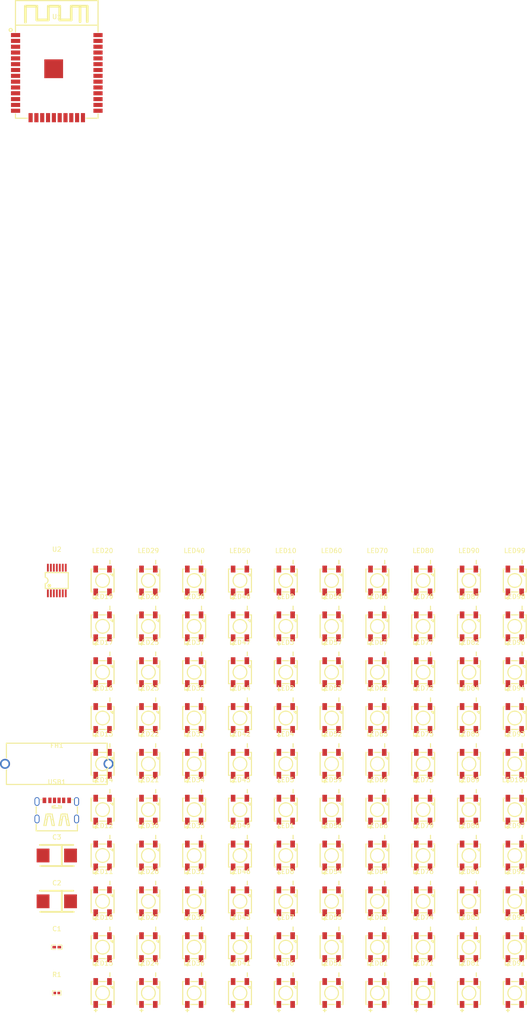
<source format=kicad_pcb>
(kicad_pcb (version 20241229) (generator "pcbnew") (generator_version "9.0")
  (layers (0 "F.Cu" signal) (2 "B.Cu" signal) (13 "F.Paste" user) (15 "B.Paste" user) (5 "F.SilkS" user "F.Silkscreen") (7 "B.SilkS" user "B.Silkscreen") (1 "F.Mask" user) (3 "B.Mask" user) (25 "Edge.Cuts" user))
  (net 0 "")
  (net 1 "IO23")
  (net 2 "IO21")
  (net 3 "SCS_CMD")
  (net 4 "IO32")
  (net 5 "IO27")
  (net 6 "IO12")
  (net 7 "IO22")
  (net 8 "IO19")
  (net 9 "RXD0")
  (net 10 "SDI_SD1")
  (net 11 "SHD_SD2")
  (net 12 "EN")
  (net 13 "TXD0")
  (net 14 "IO0")
  (net 15 "P4Y")
  (net 16 "IO26")
  (net 17 "IO25")
  (net 18 "IO5")
  (net 19 "IO2")
  (net 20 "SENSOR_VN")
  (net 21 "IO35")
  (net 22 "IO33")
  (net 23 "SENSOR_VP")
  (net 24 "IO14")
  (net 25 "IO17")
  (net 26 "P2Y")
  (net 27 "IO18")
  (net 28 "IO16")
  (net 29 "SDO_SD0")
  (net 30 "IO34")
  (net 31 "P3Y")
  (net 32 "esp32Controller.footprint.pins[25].net-net")
  (net 33 "SCK_CLK")
  (net 34 "IO13")
  (net 35 "IO15")
  (net 36 "SWP_SD3")
  (net 37 "led_columns[8]-DOU-1")
  (net 38 "led_columns[4]-DOU-1")
  (net 39 "led_columns[8]-DOU-4")
  (net 40 "led_columns[3]-DOU-3")
  (net 41 "led_columns[7]-DIN-2")
  (net 42 "led_columns[9]-DIN-4")
  (net 43 "data_in-1")
  (net 44 "led_columns[0]-DOU-4")
  (net 45 "led_columns[7]-DOU-1")
  (net 46 "led_columns[4]-DIN-3")
  (net 47 "led_columns[9]-DIN")
  (net 48 "data_out")
  (net 49 "levelShifter_P1Y_Resistor-net")
  (net 50 "led_columns[5]-DOU")
  (net 51 "led_columns[7]-DIN-3")
  (net 52 "led_columns[0]-DIN-1")
  (net 53 "P1A")
  (net 54 "led_columns[6]-DIN-3")
  (net 55 "led_columns[4]-DIN-1")
  (net 56 "led_columns[1]-DOU-1")
  (net 57 "led_columns[3]-DIN-1")
  (net 58 "led_columns[1]-DOU")
  (net 59 "led_columns[6]-DOU-4")
  (net 60 "led_columns[7]-DIN")
  (net 61 "led_columns[1]-DOU-4")
  (net 62 "led_columns[3]-DOU")
  (net 63 "P3V3")
  (net 64 "data_out-2")
  (net 65 "led_columns[6]-DIN-1")
  (net 66 "led_columns[2]-DIN-3")
  (net 67 "led_columns[9]-DOU-2")
  (net 68 "led_columns[6]-DOU")
  (net 69 "led_columns[5]-DOU-2")
  (net 70 "VDD")
  (net 71 "led_columns[4]-DOU-2")
  (net 72 "data_in")
  (net 73 "data_in-3")
  (net 74 "led_columns[8]-DOU-5")
  (net 75 "led_columns[0]-DOU-1")
  (net 76 "EH")
  (net 77 "led_columns[7]-DOU")
  (net 78 "led_columns[1]-DIN-2")
  (net 79 "led_columns[9]-data_out")
  (net 80 "led_columns[2]-DOU-3")
  (net 81 "led_columns[5]-DIN-3")
  (net 82 "led_columns[9]-DOU-1")
  (net 83 "led_columns[1]-DIN")
  (net 84 "led_columns[5]-DOU-3")
  (net 85 "led_columns[2]-DOU-2")
  (net 86 "led_columns[2]-DOU-1")
  (net 87 "led_columns[4]-DOU")
  (net 88 "led_columns[3]-DOU-1")
  (net 89 "led_columns[7]-DOU-3")
  (net 90 "led_columns[5]-DIN-2")
  (net 91 "led_columns[6]-DIN-2")
  (net 92 "led_columns[6]-DOU-3")
  (net 93 "data_in-5")
  (net 94 "led_columns[4]-DIN-2")
  (net 95 "led_columns[7]-DIN-1")
  (net 96 "led_columns[3]-DIN")
  (net 97 "led_columns[0]-DOU-3")
  (net 98 "led_columns[0]-DOU-2")
  (net 99 "led_columns[5]-DIN-4")
  (net 100 "led_columns[5]-DOU-1")
  (net 101 "led_columns[1]-DOU-2")
  (net 102 "led_columns[2]-DOU-4")
  (net 103 "led_columns[5]-DIN")
  (net 104 "led_columns[1]-DIN-1")
  (net 105 "led_columns[6]-DOU-1")
  (net 106 "led_columns[3]-DOU-5")
  (net 107 "led_columns[8]-DOU")
  (net 108 "led_columns[0]-DOU")
  (net 109 "led_columns[8]-DOU-2")
  (net 110 "led_columns[7]-DOU-4")
  (net 111 "led_columns[0]-DOU-5")
  (net 112 "led_columns[5]-DIN-1")
  (net 113 "led_columns[4]-DIN-4")
  (net 114 "led_columns[8]-DOU-3")
  (net 115 "led_columns[6]-DOU-2")
  (net 116 "B5")
  (net 117 "data_in-4")
  (net 118 "led_columns[9]-DOU")
  (net 119 "led_columns[2]-DIN-1")
  (net 120 "led_columns[7]-DOU-2")
  (net 121 "data_out-3")
  (net 122 "CC1")
  (net 123 "led_columns[3]-DIN-2")
  (net 124 "led_columns[1]-DOU-3")
  (net 125 "led_columns[2]-DOU")
  (net 126 "VCC")
  (net 127 "led_columns[9]-DIN-1")
  (net 128 "data_out-1")
  (net 129 "gnd")
  (net 130 "led_columns[9]-DIN-5")
  (net 131 "led_columns[8]-DIN")
  (net 132 "led_columns[0]-DIN")
  (net 133 "led_columns[8]-DIN-2")
  (net 134 "led_columns[3]-DOU-4")
  (net 135 "led_columns[0]-DIN-2")
  (net 136 "led_columns[1]-DOU-5")
  (net 137 "led_columns[2]-DIN")
  (net 138 "led_columns[4]-DIN")
  (net 139 "led_columns[6]-DIN")
  (net 140 "led_columns[8]-DIN-1")
  (net 141 "led_columns[9]-DIN-3")
  (net 142 "data_in-2")
  (net 143 "led_columns[2]-DIN-2")
  (net 144 "led_columns[9]-DIN-2")
  (net 145 "led_columns[4]-DIN-5")
  (net 146 "led_columns[3]-DOU-2")
  (footprint "XINGLIGHT_XL_5050RGBC_WS2812B:LED-SMD_4P-L5.0-W5.0-BL_XL-5050RGBC" (layer "F.Cu") (at 149 182.5)
    (property "Reference" "LED6" (at 0 -6.5 0) (layer "F.SilkS"))
    (property "Value" "")
    (fp_text user "${REFERENCE}" (at 0 -6.5 0) (layer "F.SilkS"))
    (pad "1" smd rect (at -1.5 2.5 90) (size 1.5 1) (layers "F.Cu" "F.Mask" "F.Paste") (net 70 "VDD"))
    (pad "2" smd rect (at 1.5 2.5 90) (size 1.5 1) (layers "F.Cu" "F.Mask" "F.Paste") (net 108 "led_columns[0]-DOU"))
    (pad "3" smd rect (at 1.5 -2.5 90) (size 1.5 1) (layers "F.Cu" "F.Mask" "F.Paste") (net 129 "gnd"))
    (pad "4" smd rect (at -1.5 -2.5 90) (size 1.5 1) (layers "F.Cu" "F.Mask" "F.Paste") (net 111 "led_columns[0]-DOU-5"))
  )
  (footprint "XINGLIGHT_XL_5050RGBC_WS2812B:LED-SMD_4P-L5.0-W5.0-BL_XL-5050RGBC" (layer "F.Cu") (at 119 102.5)
    (property "Reference" "LED26" (at 0 -6.5 0) (layer "F.SilkS"))
    (property "Value" "")
    (fp_text user "${REFERENCE}" (at 0 -6.5 0) (layer "F.SilkS"))
    (pad "1" smd rect (at -1.5 2.5 90) (size 1.5 1) (layers "F.Cu" "F.Mask" "F.Paste") (net 70 "VDD"))
    (pad "2" smd rect (at 1.5 2.5 90) (size 1.5 1) (layers "F.Cu" "F.Mask" "F.Paste") (net 102 "led_columns[2]-DOU-4"))
    (pad "3" smd rect (at 1.5 -2.5 90) (size 1.5 1) (layers "F.Cu" "F.Mask" "F.Paste") (net 129 "gnd"))
    (pad "4" smd rect (at -1.5 -2.5 90) (size 1.5 1) (layers "F.Cu" "F.Mask" "F.Paste") (net 66 "led_columns[2]-DIN-3"))
  )
  (footprint "Samsung_Electro_Mechanics_CL05B104KO5NNNC:C0402" (layer "F.Cu") (at 99 172.5)
    (property "Reference" "C1" (at 0 -4 0) (layer "F.SilkS"))
    (property "Value" "100nF ±10% 16V X7R")
    (fp_text user "${REFERENCE}" (at 0 -4 0) (layer "F.SilkS"))
    (pad "1" smd rect (at -0.55 0) (size 0.79 0.54) (layers "F.Cu" "F.Mask" "F.Paste") (net 129 "gnd"))
    (pad "2" smd rect (at 0.55 0) (size 0.79 0.54) (layers "F.Cu" "F.Mask" "F.Paste") (net 126 "VCC"))
  )
  (footprint "XINGLIGHT_XL_5050RGBC_WS2812B:LED-SMD_4P-L5.0-W5.0-BL_XL-5050RGBC" (layer "F.Cu") (at 109 112.5)
    (property "Reference" "LED17" (at 0 -6.5 0) (layer "F.SilkS"))
    (property "Value" "")
    (fp_text user "${REFERENCE}" (at 0 -6.5 0) (layer "F.SilkS"))
    (pad "1" smd rect (at -1.5 2.5 90) (size 1.5 1) (layers "F.Cu" "F.Mask" "F.Paste") (net 70 "VDD"))
    (pad "2" smd rect (at 1.5 2.5 90) (size 1.5 1) (layers "F.Cu" "F.Mask" "F.Paste") (net 56 "led_columns[1]-DOU-1"))
    (pad "3" smd rect (at 1.5 -2.5 90) (size 1.5 1) (layers "F.Cu" "F.Mask" "F.Paste") (net 129 "gnd"))
    (pad "4" smd rect (at -1.5 -2.5 90) (size 1.5 1) (layers "F.Cu" "F.Mask" "F.Paste") (net 104 "led_columns[1]-DIN-1"))
  )
  (footprint "XINGLIGHT_XL_5050RGBC_WS2812B:LED-SMD_4P-L5.0-W5.0-BL_XL-5050RGBC" (layer "F.Cu") (at 169 102.5)
    (property "Reference" "LED68" (at 0 -6.5 0) (layer "F.SilkS"))
    (property "Value" "")
    (fp_text user "${REFERENCE}" (at 0 -6.5 0) (layer "F.SilkS"))
    (pad "1" smd rect (at -1.5 2.5 90) (size 1.5 1) (layers "F.Cu" "F.Mask" "F.Paste") (net 70 "VDD"))
    (pad "2" smd rect (at 1.5 2.5 90) (size 1.5 1) (layers "F.Cu" "F.Mask" "F.Paste") (net 105 "led_columns[6]-DOU-1"))
    (pad "3" smd rect (at 1.5 -2.5 90) (size 1.5 1) (layers "F.Cu" "F.Mask" "F.Paste") (net 129 "gnd"))
    (pad "4" smd rect (at -1.5 -2.5 90) (size 1.5 1) (layers "F.Cu" "F.Mask" "F.Paste") (net 91 "led_columns[6]-DIN-2"))
  )
  (footprint "XINGLIGHT_XL_5050RGBC_WS2812B:LED-SMD_4P-L5.0-W5.0-BL_XL-5050RGBC" (layer "F.Cu") (at 199 92.5)
    (property "Reference" "LED99" (at 0 -6.5 0) (layer "F.SilkS"))
    (property "Value" "")
    (fp_text user "${REFERENCE}" (at 0 -6.5 0) (layer "F.SilkS"))
    (pad "1" smd rect (at -1.5 2.5 90) (size 1.5 1) (layers "F.Cu" "F.Mask" "F.Paste") (net 70 "VDD"))
    (pad "2" smd rect (at 1.5 2.5 90) (size 1.5 1) (layers "F.Cu" "F.Mask" "F.Paste") (net 130 "led_columns[9]-DIN-5"))
    (pad "3" smd rect (at 1.5 -2.5 90) (size 1.5 1) (layers "F.Cu" "F.Mask" "F.Paste") (net 129 "gnd"))
    (pad "4" smd rect (at -1.5 -2.5 90) (size 1.5 1) (layers "F.Cu" "F.Mask" "F.Paste") (net 127 "led_columns[9]-DIN-1"))
  )
  (footprint "XINGLIGHT_XL_5050RGBC_WS2812B:LED-SMD_4P-L5.0-W5.0-BL_XL-5050RGBC" (layer "F.Cu") (at 199 102.5)
    (property "Reference" "LED98" (at 0 -6.5 0) (layer "F.SilkS"))
    (property "Value" "")
    (fp_text user "${REFERENCE}" (at 0 -6.5 0) (layer "F.SilkS"))
    (pad "1" smd rect (at -1.5 2.5 90) (size 1.5 1) (layers "F.Cu" "F.Mask" "F.Paste") (net 70 "VDD"))
    (pad "2" smd rect (at 1.5 2.5 90) (size 1.5 1) (layers "F.Cu" "F.Mask" "F.Paste") (net 127 "led_columns[9]-DIN-1"))
    (pad "3" smd rect (at 1.5 -2.5 90) (size 1.5 1) (layers "F.Cu" "F.Mask" "F.Paste") (net 129 "gnd"))
    (pad "4" smd rect (at -1.5 -2.5 90) (size 1.5 1) (layers "F.Cu" "F.Mask" "F.Paste") (net 82 "led_columns[9]-DOU-1"))
  )
  (footprint "AVX_TAJD477K006RNJ:CASE-D_7343" (layer "F.Cu") (at 99 152.5)
    (property "Reference" "C3" (at 0 -4 0) (layer "F.SilkS"))
    (property "Value" "470µF ±10%")
    (fp_text user "${REFERENCE}" (at 0 -4 0) (layer "F.SilkS"))
    (pad "1" smd rect (at 3 0 180) (size 2.8 3.01) (layers "F.Cu" "F.Mask" "F.Paste") (net 129 "gnd"))
    (pad "2" smd rect (at -3 0 180) (size 2.8 3.01) (layers "F.Cu" "F.Mask" "F.Paste") (net 70 "VDD"))
  )
  (footprint "XINGLIGHT_XL_5050RGBC_WS2812B:LED-SMD_4P-L5.0-W5.0-BL_XL-5050RGBC" (layer "F.Cu") (at 159 172.5)
    (property "Reference" "LED55" (at 0 -6.5 0) (layer "F.SilkS"))
    (property "Value" "")
    (fp_text user "${REFERENCE}" (at 0 -6.5 0) (layer "F.SilkS"))
    (pad "1" smd rect (at -1.5 2.5 90) (size 1.5 1) (layers "F.Cu" "F.Mask" "F.Paste") (net 70 "VDD"))
    (pad "2" smd rect (at 1.5 2.5 90) (size 1.5 1) (layers "F.Cu" "F.Mask" "F.Paste") (net 99 "led_columns[5]-DIN-4"))
    (pad "3" smd rect (at 1.5 -2.5 90) (size 1.5 1) (layers "F.Cu" "F.Mask" "F.Paste") (net 129 "gnd"))
    (pad "4" smd rect (at -1.5 -2.5 90) (size 1.5 1) (layers "F.Cu" "F.Mask" "F.Paste") (net 50 "led_columns[5]-DOU"))
  )
  (footprint "XINGLIGHT_XL_5050RGBC_WS2812B:LED-SMD_4P-L5.0-W5.0-BL_XL-5050RGBC" (layer "F.Cu") (at 179 132.5)
    (property "Reference" "LED75" (at 0 -6.5 0) (layer "F.SilkS"))
    (property "Value" "")
    (fp_text user "${REFERENCE}" (at 0 -6.5 0) (layer "F.SilkS"))
    (pad "1" smd rect (at -1.5 2.5 90) (size 1.5 1) (layers "F.Cu" "F.Mask" "F.Paste") (net 70 "VDD"))
    (pad "2" smd rect (at 1.5 2.5 90) (size 1.5 1) (layers "F.Cu" "F.Mask" "F.Paste") (net 60 "led_columns[7]-DIN"))
    (pad "3" smd rect (at 1.5 -2.5 90) (size 1.5 1) (layers "F.Cu" "F.Mask" "F.Paste") (net 129 "gnd"))
    (pad "4" smd rect (at -1.5 -2.5 90) (size 1.5 1) (layers "F.Cu" "F.Mask" "F.Paste") (net 110 "led_columns[7]-DOU-4"))
  )
  (footprint "XFCN_PTF_15:FUSE-TH_L22.0-W9.0-P22.60" (layer "F.Cu") (at 99 132.5)
    (property "Reference" "FH1" (at 0 -4 0) (layer "F.SilkS"))
    (property "Value" "")
    (fp_text user "${REFERENCE}" (at 0 -4 0) (layer "F.SilkS"))
    (pad "1" thru_hole circle (at -11.3 0) (size 2.2 2.2) (drill 1.500022) (layers "*.Cu" "*.Mask") (net 70 "VDD"))
    (pad "2" thru_hole circle (at 11.3 0) (size 2.2 2.2) (drill 1.500022) (layers "*.Cu" "*.Mask") (net 126 "VCC"))
  )
  (footprint "Espressif_Systems_ESP32_WROOM_32_N4:WIFIM-SMD_ESP32-WROOM-32-N4" (layer "F.Cu") (at 99 -17.5)
    (property "Reference" "U1" (at 0 -13.01 0) (layer "F.SilkS"))
    (property "Value" "")
    (fp_text user "${REFERENCE}" (at 0 -13.01 0) (layer "F.SilkS"))
    (pad "1" smd rect (at -9 -9.01) (size 2 0.9) (layers "F.Cu" "F.Mask" "F.Paste") (net 129 "gnd"))
    (pad "2" smd rect (at -9 -7.74) (size 2 0.9) (layers "F.Cu" "F.Mask" "F.Paste") (net 63 "P3V3"))
    (pad "3" smd rect (at -9 -6.47) (size 2 0.9) (layers "F.Cu" "F.Mask" "F.Paste") (net 12 "EN"))
    (pad "4" smd rect (at -9 -5.2) (size 2 0.9) (layers "F.Cu" "F.Mask" "F.Paste") (net 23 "SENSOR_VP"))
    (pad "5" smd rect (at -9 -3.93) (size 2 0.9) (layers "F.Cu" "F.Mask" "F.Paste") (net 20 "SENSOR_VN"))
    (pad "6" smd rect (at -9 -2.66) (size 2 0.9) (layers "F.Cu" "F.Mask" "F.Paste") (net 30 "IO34"))
    (pad "7" smd rect (at -9 -1.39) (size 2 0.9) (layers "F.Cu" "F.Mask" "F.Paste") (net 21 "IO35"))
    (pad "8" smd rect (at -9 -0.12) (size 2 0.9) (layers "F.Cu" "F.Mask" "F.Paste") (net 4 "IO32"))
    (pad "9" smd rect (at -9 1.15) (size 2 0.9) (layers "F.Cu" "F.Mask" "F.Paste") (net 22 "IO33"))
    (pad "10" smd rect (at -9 2.42) (size 2 0.9) (layers "F.Cu" "F.Mask" "F.Paste") (net 17 "IO25"))
    (pad "11" smd rect (at -9 3.69) (size 2 0.9) (layers "F.Cu" "F.Mask" "F.Paste") (net 16 "IO26"))
    (pad "12" smd rect (at -9 4.96) (size 2 0.9) (layers "F.Cu" "F.Mask" "F.Paste") (net 5 "IO27"))
    (pad "13" smd rect (at -9 6.23) (size 2 0.9) (layers "F.Cu" "F.Mask" "F.Paste") (net 24 "IO14"))
    (pad "14" smd rect (at -9 7.5) (size 2 0.9) (layers "F.Cu" "F.Mask" "F.Paste") (net 6 "IO12"))
    (pad "15" smd rect (at -5.72 9.01 270) (size 2 0.9) (layers "F.Cu" "F.Mask" "F.Paste") (net 129 "gnd"))
    (pad "16" smd rect (at -4.45 9.01 270) (size 2 0.9) (layers "F.Cu" "F.Mask" "F.Paste") (net 34 "IO13"))
    (pad "17" smd rect (at -3.18 9.01 270) (size 2 0.9) (layers "F.Cu" "F.Mask" "F.Paste") (net 11 "SHD_SD2"))
    (pad "18" smd rect (at -1.91 9.01 270) (size 2 0.9) (layers "F.Cu" "F.Mask" "F.Paste") (net 36 "SWP_SD3"))
    (pad "19" smd rect (at -0.64 9.01 270) (size 2 0.9) (layers "F.Cu" "F.Mask" "F.Paste") (net 3 "SCS_CMD"))
    (pad "20" smd rect (at 0.63 9.01 270) (size 2 0.9) (layers "F.Cu" "F.Mask" "F.Paste") (net 33 "SCK_CLK"))
    (pad "21" smd rect (at 1.9 9.01 270) (size 2 0.9) (layers "F.Cu" "F.Mask" "F.Paste") (net 29 "SDO_SD0"))
    (pad "22" smd rect (at 3.17 9.01 270) (size 2 0.9) (layers "F.Cu" "F.Mask" "F.Paste") (net 10 "SDI_SD1"))
    (pad "23" smd rect (at 4.44 9.01 270) (size 2 0.9) (layers "F.Cu" "F.Mask" "F.Paste") (net 35 "IO15"))
    (pad "24" smd rect (at 5.71 9.01 270) (size 2 0.9) (layers "F.Cu" "F.Mask" "F.Paste") (net 19 "IO2"))
    (pad "25" smd rect (at 9 7.5) (size 2 0.9) (layers "F.Cu" "F.Mask" "F.Paste") (net 14 "IO0"))
    (pad "26" smd rect (at 9 6.23) (size 2 0.9) (layers "F.Cu" "F.Mask" "F.Paste") (net 53 "P1A"))
    (pad "27" smd rect (at 9 4.96) (size 2 0.9) (layers "F.Cu" "F.Mask" "F.Paste") (net 28 "IO16"))
    (pad "28" smd rect (at 9 3.69) (size 2 0.9) (layers "F.Cu" "F.Mask" "F.Paste") (net 25 "IO17"))
    (pad "29" smd rect (at 9 2.42) (size 2 0.9) (layers "F.Cu" "F.Mask" "F.Paste") (net 18 "IO5"))
    (pad "30" smd rect (at 9 1.15) (size 2 0.9) (layers "F.Cu" "F.Mask" "F.Paste") (net 27 "IO18"))
    (pad "31" smd rect (at 9 -0.12) (size 2 0.9) (layers "F.Cu" "F.Mask" "F.Paste") (net 8 "IO19"))
    (pad "32" smd rect (at 9 -1.39) (size 2 0.9) (layers "F.Cu" "F.Mask" "F.Paste") (net 32 "esp32Controller.footprint.pins[25].net-net"))
    (pad "33" smd rect (at 9 -2.66) (size 2 0.9) (layers "F.Cu" "F.Mask" "F.Paste") (net 2 "IO21"))
    (pad "34" smd rect (at 9 -3.93) (size 2 0.9) (layers "F.Cu" "F.Mask" "F.Paste") (net 9 "RXD0"))
    (pad "35" smd rect (at 9 -5.2) (size 2 0.9) (layers "F.Cu" "F.Mask" "F.Paste") (net 13 "TXD0"))
    (pad "36" smd rect (at 9 -6.47) (size 2 0.9) (layers "F.Cu" "F.Mask" "F.Paste") (net 7 "IO22"))
    (pad "37" smd rect (at 9 -7.74) (size 2 0.9) (layers "F.Cu" "F.Mask" "F.Paste") (net 1 "IO23"))
    (pad "38" smd rect (at 9 -9.01) (size 2 0.9) (layers "F.Cu" "F.Mask" "F.Paste") (net 129 "gnd"))
    (pad "39" smd rect (at -0.68 -1.66) (size 4.1 4.1) (layers "F.Cu" "F.Mask" "F.Paste") (net 129 "gnd"))
  )
  (footprint "XINGLIGHT_XL_5050RGBC_WS2812B:LED-SMD_4P-L5.0-W5.0-BL_XL-5050RGBC" (layer "F.Cu") (at 139 102.5)
    (property "Reference" "LED48" (at 0 -6.5 0) (layer "F.SilkS"))
    (property "Value" "")
    (fp_text user "${REFERENCE}" (at 0 -6.5 0) (layer "F.SilkS"))
    (pad "1" smd rect (at -1.5 2.5 90) (size 1.5 1) (layers "F.Cu" "F.Mask" "F.Paste") (net 70 "VDD"))
    (pad "2" smd rect (at 1.5 2.5 90) (size 1.5 1) (layers "F.Cu" "F.Mask" "F.Paste") (net 113 "led_columns[4]-DIN-4"))
    (pad "3" smd rect (at 1.5 -2.5 90) (size 1.5 1) (layers "F.Cu" "F.Mask" "F.Paste") (net 129 "gnd"))
    (pad "4" smd rect (at -1.5 -2.5 90) (size 1.5 1) (layers "F.Cu" "F.Mask" "F.Paste") (net 46 "led_columns[4]-DIN-3"))
  )
  (footprint "XINGLIGHT_XL_5050RGBC_WS2812B:LED-SMD_4P-L5.0-W5.0-BL_XL-5050RGBC" (layer "F.Cu") (at 169 152.5)
    (property "Reference" "LED66" (at 0 -6.5 0) (layer "F.SilkS"))
    (property "Value" "")
    (fp_text user "${REFERENCE}" (at 0 -6.5 0) (layer "F.SilkS"))
    (pad "1" smd rect (at -1.5 2.5 90) (size 1.5 1) (layers "F.Cu" "F.Mask" "F.Paste") (net 70 "VDD"))
    (pad "2" smd rect (at 1.5 2.5 90) (size 1.5 1) (layers "F.Cu" "F.Mask" "F.Paste") (net 68 "led_columns[6]-DOU"))
    (pad "3" smd rect (at 1.5 -2.5 90) (size 1.5 1) (layers "F.Cu" "F.Mask" "F.Paste") (net 129 "gnd"))
    (pad "4" smd rect (at -1.5 -2.5 90) (size 1.5 1) (layers "F.Cu" "F.Mask" "F.Paste") (net 139 "led_columns[6]-DIN"))
  )
  (footprint "XINGLIGHT_XL_5050RGBC_WS2812B:LED-SMD_4P-L5.0-W5.0-BL_XL-5050RGBC" (layer "F.Cu") (at 139 172.5)
    (property "Reference" "LED43" (at 0 -6.5 0) (layer "F.SilkS"))
    (property "Value" "")
    (fp_text user "${REFERENCE}" (at 0 -6.5 0) (layer "F.SilkS"))
    (pad "1" smd rect (at -1.5 2.5 90) (size 1.5 1) (layers "F.Cu" "F.Mask" "F.Paste") (net 70 "VDD"))
    (pad "2" smd rect (at 1.5 2.5 90) (size 1.5 1) (layers "F.Cu" "F.Mask" "F.Paste") (net 94 "led_columns[4]-DIN-2"))
    (pad "3" smd rect (at 1.5 -2.5 90) (size 1.5 1) (layers "F.Cu" "F.Mask" "F.Paste") (net 129 "gnd"))
    (pad "4" smd rect (at -1.5 -2.5 90) (size 1.5 1) (layers "F.Cu" "F.Mask" "F.Paste") (net 138 "led_columns[4]-DIN"))
  )
  (footprint "XINGLIGHT_XL_5050RGBC_WS2812B:LED-SMD_4P-L5.0-W5.0-BL_XL-5050RGBC" (layer "F.Cu") (at 199 142.5)
    (property "Reference" "LED100" (at 0 -6.5 0) (layer "F.SilkS"))
    (property "Value" "")
    (fp_text user "${REFERENCE}" (at 0 -6.5 0) (layer "F.SilkS"))
    (pad "1" smd rect (at -1.5 2.5 90) (size 1.5 1) (layers "F.Cu" "F.Mask" "F.Paste") (net 70 "VDD"))
    (pad "2" smd rect (at 1.5 2.5 90) (size 1.5 1) (layers "F.Cu" "F.Mask" "F.Paste") (net 79 "led_columns[9]-data_out"))
    (pad "3" smd rect (at 1.5 -2.5 90) (size 1.5 1) (layers "F.Cu" "F.Mask" "F.Paste") (net 129 "gnd"))
    (pad "4" smd rect (at -1.5 -2.5 90) (size 1.5 1) (layers "F.Cu" "F.Mask" "F.Paste") (net 130 "led_columns[9]-DIN-5"))
  )
  (footprint "XINGLIGHT_XL_5050RGBC_WS2812B:LED-SMD_4P-L5.0-W5.0-BL_XL-5050RGBC" (layer "F.Cu") (at 159 162.5)
    (property "Reference" "LED54" (at 0 -6.5 0) (layer "F.SilkS"))
    (property "Value" "")
    (fp_text user "${REFERENCE}" (at 0 -6.5 0) (layer "F.SilkS"))
    (pad "1" smd rect (at -1.5 2.5 90) (size 1.5 1) (layers "F.Cu" "F.Mask" "F.Paste") (net 70 "VDD"))
    (pad "2" smd rect (at 1.5 2.5 90) (size 1.5 1) (layers "F.Cu" "F.Mask" "F.Paste") (net 50 "led_columns[5]-DOU"))
    (pad "3" smd rect (at 1.5 -2.5 90) (size 1.5 1) (layers "F.Cu" "F.Mask" "F.Paste") (net 129 "gnd"))
    (pad "4" smd rect (at -1.5 -2.5 90) (size 1.5 1) (layers "F.Cu" "F.Mask" "F.Paste") (net 112 "led_columns[5]-DIN-1"))
  )
  (footprint "XINGLIGHT_XL_5050RGBC_WS2812B:LED-SMD_4P-L5.0-W5.0-BL_XL-5050RGBC" (layer "F.Cu") (at 179 102.5)
    (property "Reference" "LED78" (at 0 -6.5 0) (layer "F.SilkS"))
    (property "Value" "")
    (fp_text user "${REFERENCE}" (at 0 -6.5 0) (layer "F.SilkS"))
    (pad "1" smd rect (at -1.5 2.5 90) (size 1.5 1) (layers "F.Cu" "F.Mask" "F.Paste") (net 70 "VDD"))
    (pad "2" smd rect (at 1.5 2.5 90) (size 1.5 1) (layers "F.Cu" "F.Mask" "F.Paste") (net 89 "led_columns[7]-DOU-3"))
    (pad "3" smd rect (at 1.5 -2.5 90) (size 1.5 1) (layers "F.Cu" "F.Mask" "F.Paste") (net 129 "gnd"))
    (pad "4" smd rect (at -1.5 -2.5 90) (size 1.5 1) (layers "F.Cu" "F.Mask" "F.Paste") (net 51 "led_columns[7]-DIN-3"))
  )
  (footprint "XINGLIGHT_XL_5050RGBC_WS2812B:LED-SMD_4P-L5.0-W5.0-BL_XL-5050RGBC" (layer "F.Cu") (at 139 182.5)
    (property "Reference" "LED41" (at 0 -6.5 0) (layer "F.SilkS"))
    (property "Value" "")
    (fp_text user "${REFERENCE}" (at 0 -6.5 0) (layer "F.SilkS"))
    (pad "1" smd rect (at -1.5 2.5 90) (size 1.5 1) (layers "F.Cu" "F.Mask" "F.Paste") (net 70 "VDD"))
    (pad "2" smd rect (at 1.5 2.5 90) (size 1.5 1) (layers "F.Cu" "F.Mask" "F.Paste") (net 71 "led_columns[4]-DOU-2"))
    (pad "3" smd rect (at 1.5 -2.5 90) (size 1.5 1) (layers "F.Cu" "F.Mask" "F.Paste") (net 129 "gnd"))
    (pad "4" smd rect (at -1.5 -2.5 90) (size 1.5 1) (layers "F.Cu" "F.Mask" "F.Paste") (net 48 "data_out"))
  )
  (footprint "XINGLIGHT_XL_5050RGBC_WS2812B:LED-SMD_4P-L5.0-W5.0-BL_XL-5050RGBC" (layer "F.Cu") (at 159 152.5)
    (property "Reference" "LED56" (at 0 -6.5 0) (layer "F.SilkS"))
    (property "Value" "")
    (fp_text user "${REFERENCE}" (at 0 -6.5 0) (layer "F.SilkS"))
    (pad "1" smd rect (at -1.5 2.5 90) (size 1.5 1) (layers "F.Cu" "F.Mask" "F.Paste") (net 70 "VDD"))
    (pad "2" smd rect (at 1.5 2.5 90) (size 1.5 1) (layers "F.Cu" "F.Mask" "F.Paste") (net 84 "led_columns[5]-DOU-3"))
    (pad "3" smd rect (at 1.5 -2.5 90) (size 1.5 1) (layers "F.Cu" "F.Mask" "F.Paste") (net 129 "gnd"))
    (pad "4" smd rect (at -1.5 -2.5 90) (size 1.5 1) (layers "F.Cu" "F.Mask" "F.Paste") (net 99 "led_columns[5]-DIN-4"))
  )
  (footprint "XINGLIGHT_XL_5050RGBC_WS2812B:LED-SMD_4P-L5.0-W5.0-BL_XL-5050RGBC" (layer "F.Cu") (at 129 152.5)
    (property "Reference" "LED35" (at 0 -6.5 0) (layer "F.SilkS"))
    (property "Value" "")
    (fp_text user "${REFERENCE}" (at 0 -6.5 0) (layer "F.SilkS"))
    (pad "1" smd rect (at -1.5 2.5 90) (size 1.5 1) (layers "F.Cu" "F.Mask" "F.Paste") (net 70 "VDD"))
    (pad "2" smd rect (at 1.5 2.5 90) (size 1.5 1) (layers "F.Cu" "F.Mask" "F.Paste") (net 57 "led_columns[3]-DIN-1"))
    (pad "3" smd rect (at 1.5 -2.5 90) (size 1.5 1) (layers "F.Cu" "F.Mask" "F.Paste") (net 129 "gnd"))
    (pad "4" smd rect (at -1.5 -2.5 90) (size 1.5 1) (layers "F.Cu" "F.Mask" "F.Paste") (net 40 "led_columns[3]-DOU-3"))
  )
  (footprint "XINGLIGHT_XL_5050RGBC_WS2812B:LED-SMD_4P-L5.0-W5.0-BL_XL-5050RGBC" (layer "F.Cu") (at 189 162.5)
    (property "Reference" "LED86" (at 0 -6.5 0) (layer "F.SilkS"))
    (property "Value" "")
    (fp_text user "${REFERENCE}" (at 0 -6.5 0) (layer "F.SilkS"))
    (pad "1" smd rect (at -1.5 2.5 90) (size 1.5 1) (layers "F.Cu" "F.Mask" "F.Paste") (net 70 "VDD"))
    (pad "2" smd rect (at 1.5 2.5 90) (size 1.5 1) (layers "F.Cu" "F.Mask" "F.Paste") (net 37 "led_columns[8]-DOU-1"))
    (pad "3" smd rect (at 1.5 -2.5 90) (size 1.5 1) (layers "F.Cu" "F.Mask" "F.Paste") (net 129 "gnd"))
    (pad "4" smd rect (at -1.5 -2.5 90) (size 1.5 1) (layers "F.Cu" "F.Mask" "F.Paste") (net 140 "led_columns[8]-DIN-1"))
  )
  (footprint "XINGLIGHT_XL_5050RGBC_WS2812B:LED-SMD_4P-L5.0-W5.0-BL_XL-5050RGBC" (layer "F.Cu") (at 149 142.5)
    (property "Reference" "LED5" (at 0 -6.5 0) (layer "F.SilkS"))
    (property "Value" "")
    (fp_text user "${REFERENCE}" (at 0 -6.5 0) (layer "F.SilkS"))
    (pad "1" smd rect (at -1.5 2.5 90) (size 1.5 1) (layers "F.Cu" "F.Mask" "F.Paste") (net 70 "VDD"))
    (pad "2" smd rect (at 1.5 2.5 90) (size 1.5 1) (layers "F.Cu" "F.Mask" "F.Paste") (net 111 "led_columns[0]-DOU-5"))
    (pad "3" smd rect (at 1.5 -2.5 90) (size 1.5 1) (layers "F.Cu" "F.Mask" "F.Paste") (net 129 "gnd"))
    (pad "4" smd rect (at -1.5 -2.5 90) (size 1.5 1) (layers "F.Cu" "F.Mask" "F.Paste") (net 135 "led_columns[0]-DIN-2"))
  )
  (footprint "XINGLIGHT_XL_5050RGBC_WS2812B:LED-SMD_4P-L5.0-W5.0-BL_XL-5050RGBC" (layer "F.Cu") (at 129 182.5)
    (property "Reference" "LED36" (at 0 -6.5 0) (layer "F.SilkS"))
    (property "Value" "")
    (fp_text user "${REFERENCE}" (at 0 -6.5 0) (layer "F.SilkS"))
    (pad "1" smd rect (at -1.5 2.5 90) (size 1.5 1) (layers "F.Cu" "F.Mask" "F.Paste") (net 70 "VDD"))
    (pad "2" smd rect (at 1.5 2.5 90) (size 1.5 1) (layers "F.Cu" "F.Mask" "F.Paste") (net 62 "led_columns[3]-DOU"))
    (pad "3" smd rect (at 1.5 -2.5 90) (size 1.5 1) (layers "F.Cu" "F.Mask" "F.Paste") (net 129 "gnd"))
    (pad "4" smd rect (at -1.5 -2.5 90) (size 1.5 1) (layers "F.Cu" "F.Mask" "F.Paste") (net 57 "led_columns[3]-DIN-1"))
  )
  (footprint "XINGLIGHT_XL_5050RGBC_WS2812B:LED-SMD_4P-L5.0-W5.0-BL_XL-5050RGBC" (layer "F.Cu") (at 179 162.5)
    (property "Reference" "LED76" (at 0 -6.5 0) (layer "F.SilkS"))
    (property "Value" "")
    (fp_text user "${REFERENCE}" (at 0 -6.5 0) (layer "F.SilkS"))
    (pad "1" smd rect (at -1.5 2.5 90) (size 1.5 1) (layers "F.Cu" "F.Mask" "F.Paste") (net 70 "VDD"))
    (pad "2" smd rect (at 1.5 2.5 90) (size 1.5 1) (layers "F.Cu" "F.Mask" "F.Paste") (net 45 "led_columns[7]-DOU-1"))
    (pad "3" smd rect (at 1.5 -2.5 90) (size 1.5 1) (layers "F.Cu" "F.Mask" "F.Paste") (net 129 "gnd"))
    (pad "4" smd rect (at -1.5 -2.5 90) (size 1.5 1) (layers "F.Cu" "F.Mask" "F.Paste") (net 60 "led_columns[7]-DIN"))
  )
  (footprint "XINGLIGHT_XL_5050RGBC_WS2812B:LED-SMD_4P-L5.0-W5.0-BL_XL-5050RGBC" (layer "F.Cu") (at 169 172.5)
    (property "Reference" "LED63" (at 0 -6.5 0) (layer "F.SilkS"))
    (property "Value" "")
    (fp_text user "${REFERENCE}" (at 0 -6.5 0) (layer "F.SilkS"))
    (pad "1" smd rect (at -1.5 2.5 90) (size 1.5 1) (layers "F.Cu" "F.Mask" "F.Paste") (net 70 "VDD"))
    (pad "2" smd rect (at 1.5 2.5 90) (size 1.5 1) (layers "F.Cu" "F.Mask" "F.Paste") (net 54 "led_columns[6]-DIN-3"))
    (pad "3" smd rect (at 1.5 -2.5 90) (size 1.5 1) (layers "F.Cu" "F.Mask" "F.Paste") (net 129 "gnd"))
    (pad "4" smd rect (at -1.5 -2.5 90) (size 1.5 1) (layers "F.Cu" "F.Mask" "F.Paste") (net 115 "led_columns[6]-DOU-2"))
  )
  (footprint "XINGLIGHT_XL_5050RGBC_WS2812B:LED-SMD_4P-L5.0-W5.0-BL_XL-5050RGBC" (layer "F.Cu") (at 169 182.5)
    (property "Reference" "LED61" (at 0 -6.5 0) (layer "F.SilkS"))
    (property "Value" "")
    (fp_text user "${REFERENCE}" (at 0 -6.5 0) (layer "F.SilkS"))
    (pad "1" smd rect (at -1.5 2.5 90) (size 1.5 1) (layers "F.Cu" "F.Mask" "F.Paste") (net 70 "VDD"))
    (pad "2" smd rect (at 1.5 2.5 90) (size 1.5 1) (layers "F.Cu" "F.Mask" "F.Paste") (net 65 "led_columns[6]-DIN-1"))
    (pad "3" smd rect (at 1.5 -2.5 90) (size 1.5 1) (layers "F.Cu" "F.Mask" "F.Paste") (net 129 "gnd"))
    (pad "4" smd rect (at -1.5 -2.5 90) (size 1.5 1) (layers "F.Cu" "F.Mask" "F.Paste") (net 142 "data_in-2"))
  )
  (footprint "XINGLIGHT_XL_5050RGBC_WS2812B:LED-SMD_4P-L5.0-W5.0-BL_XL-5050RGBC" (layer "F.Cu") (at 109 152.5)
    (property "Reference" "LED12" (at 0 -6.5 0) (layer "F.SilkS"))
    (property "Value" "")
    (fp_text user "${REFERENCE}" (at 0 -6.5 0) (layer "F.SilkS"))
    (pad "1" smd rect (at -1.5 2.5 90) (size 1.5 1) (layers "F.Cu" "F.Mask" "F.Paste") (net 70 "VDD"))
    (pad "2" smd rect (at 1.5 2.5 90) (size 1.5 1) (layers "F.Cu" "F.Mask" "F.Paste") (net 101 "led_columns[1]-DOU-2"))
    (pad "3" smd rect (at 1.5 -2.5 90) (size 1.5 1) (layers "F.Cu" "F.Mask" "F.Paste") (net 129 "gnd"))
    (pad "4" smd rect (at -1.5 -2.5 90) (size 1.5 1) (layers "F.Cu" "F.Mask" "F.Paste") (net 61 "led_columns[1]-DOU-4"))
  )
  (footprint "XINGLIGHT_XL_5050RGBC_WS2812B:LED-SMD_4P-L5.0-W5.0-BL_XL-5050RGBC" (layer "F.Cu") (at 169 142.5)
    (property "Reference" "LED69" (at 0 -6.5 0) (layer "F.SilkS"))
    (property "Value" "")
    (fp_text user "${REFERENCE}" (at 0 -6.5 0) (layer "F.SilkS"))
    (pad "1" smd rect (at -1.5 2.5 90) (size 1.5 1) (layers "F.Cu" "F.Mask" "F.Paste") (net 70 "VDD"))
    (pad "2" smd rect (at 1.5 2.5 90) (size 1.5 1) (layers "F.Cu" "F.Mask" "F.Paste") (net 59 "led_columns[6]-DOU-4"))
    (pad "3" smd rect (at 1.5 -2.5 90) (size 1.5 1) (layers "F.Cu" "F.Mask" "F.Paste") (net 129 "gnd"))
    (pad "4" smd rect (at -1.5 -2.5 90) (size 1.5 1) (layers "F.Cu" "F.Mask" "F.Paste") (net 105 "led_columns[6]-DOU-1"))
  )
  (footprint "XINGLIGHT_XL_5050RGBC_WS2812B:LED-SMD_4P-L5.0-W5.0-BL_XL-5050RGBC" (layer "F.Cu") (at 129 132.5)
    (property "Reference" "LED33" (at 0 -6.5 0) (layer "F.SilkS"))
    (property "Value" "")
    (fp_text user "${REFERENCE}" (at 0 -6.5 0) (layer "F.SilkS"))
    (pad "1" smd rect (at -1.5 2.5 90) (size 1.5 1) (layers "F.Cu" "F.Mask" "F.Paste") (net 70 "VDD"))
    (pad "2" smd rect (at 1.5 2.5 90) (size 1.5 1) (layers "F.Cu" "F.Mask" "F.Paste") (net 106 "led_columns[3]-DOU-5"))
    (pad "3" smd rect (at 1.5 -2.5 90) (size 1.5 1) (layers "F.Cu" "F.Mask" "F.Paste") (net 129 "gnd"))
    (pad "4" smd rect (at -1.5 -2.5 90) (size 1.5 1) (layers "F.Cu" "F.Mask" "F.Paste") (net 134 "led_columns[3]-DOU-4"))
  )
  (footprint "XINGLIGHT_XL_5050RGBC_WS2812B:LED-SMD_4P-L5.0-W5.0-BL_XL-5050RGBC" (layer "F.Cu") (at 139 132.5)
    (property "Reference" "LED42" (at 0 -6.5 0) (layer "F.SilkS"))
    (property "Value" "")
    (fp_text user "${REFERENCE}" (at 0 -6.5 0) (layer "F.SilkS"))
    (pad "1" smd rect (at -1.5 2.5 90) (size 1.5 1) (layers "F.Cu" "F.Mask" "F.Paste") (net 70 "VDD"))
    (pad "2" smd rect (at 1.5 2.5 90) (size 1.5 1) (layers "F.Cu" "F.Mask" "F.Paste") (net 138 "led_columns[4]-DIN"))
    (pad "3" smd rect (at 1.5 -2.5 90) (size 1.5 1) (layers "F.Cu" "F.Mask" "F.Paste") (net 129 "gnd"))
    (pad "4" smd rect (at -1.5 -2.5 90) (size 1.5 1) (layers "F.Cu" "F.Mask" "F.Paste") (net 71 "led_columns[4]-DOU-2"))
  )
  (footprint "XINGLIGHT_XL_5050RGBC_WS2812B:LED-SMD_4P-L5.0-W5.0-BL_XL-5050RGBC" (layer "F.Cu") (at 199 162.5)
    (property "Reference" "LED92" (at 0 -6.5 0) (layer "F.SilkS"))
    (property "Value" "")
    (fp_text user "${REFERENCE}" (at 0 -6.5 0) (layer "F.SilkS"))
    (pad "1" smd rect (at -1.5 2.5 90) (size 1.5 1) (layers "F.Cu" "F.Mask" "F.Paste") (net 70 "VDD"))
    (pad "2" smd rect (at 1.5 2.5 90) (size 1.5 1) (layers "F.Cu" "F.Mask" "F.Paste") (net 42 "led_columns[9]-DIN-4"))
    (pad "3" smd rect (at 1.5 -2.5 90) (size 1.5 1) (layers "F.Cu" "F.Mask" "F.Paste") (net 129 "gnd"))
    (pad "4" smd rect (at -1.5 -2.5 90) (size 1.5 1) (layers "F.Cu" "F.Mask" "F.Paste") (net 47 "led_columns[9]-DIN"))
  )
  (footprint "XINGLIGHT_XL_5050RGBC_WS2812B:LED-SMD_4P-L5.0-W5.0-BL_XL-5050RGBC" (layer "F.Cu") (at 149 162.5)
    (property "Reference" "LED8" (at 0 -6.5 0) (layer "F.SilkS"))
    (property "Value" "")
    (fp_text user "${REFERENCE}" (at 0 -6.5 0) (layer "F.SilkS"))
    (pad "1" smd rect (at -1.5 2.5 90) (size 1.5 1) (layers "F.Cu" "F.Mask" "F.Paste") (net 70 "VDD"))
    (pad "2" smd rect (at 1.5 2.5 90) (size 1.5 1) (layers "F.Cu" "F.Mask" "F.Paste") (net 52 "led_columns[0]-DIN-1"))
    (pad "3" smd rect (at 1.5 -2.5 90) (size 1.5 1) (layers "F.Cu" "F.Mask" "F.Paste") (net 129 "gnd"))
    (pad "4" smd rect (at -1.5 -2.5 90) (size 1.5 1) (layers "F.Cu" "F.Mask" "F.Paste") (net 75 "led_columns[0]-DOU-1"))
  )
  (footprint "XINGLIGHT_XL_5050RGBC_WS2812B:LED-SMD_4P-L5.0-W5.0-BL_XL-5050RGBC" (layer "F.Cu") (at 129 122.5)
    (property "Reference" "LED32" (at 0 -6.5 0) (layer "F.SilkS"))
    (property "Value" "")
    (fp_text user "${REFERENCE}" (at 0 -6.5 0) (layer "F.SilkS"))
    (pad "1" smd rect (at -1.5 2.5 90) (size 1.5 1) (layers "F.Cu" "F.Mask" "F.Paste") (net 70 "VDD"))
    (pad "2" smd rect (at 1.5 2.5 90) (size 1.5 1) (layers "F.Cu" "F.Mask" "F.Paste") (net 134 "led_columns[3]-DOU-4"))
    (pad "3" smd rect (at 1.5 -2.5 90) (size 1.5 1) (layers "F.Cu" "F.Mask" "F.Paste") (net 129 "gnd"))
    (pad "4" smd rect (at -1.5 -2.5 90) (size 1.5 1) (layers "F.Cu" "F.Mask" "F.Paste") (net 88 "led_columns[3]-DOU-1"))
  )
  (footprint "Texas_Instruments_SN74AHCT125PWR:TSSOP-14_L5.0-W4.4-P0.65-LS6.4-BL" (layer "F.Cu") (at 99 92.5)
    (property "Reference" "U2" (at 0 -6.8 0) (layer "F.SilkS"))
    (property "Value" "")
    (fp_text user "${REFERENCE}" (at 0 -6.8 0) (layer "F.SilkS"))
    (pad "1" smd rect (at -1.95 2.8) (size 0.4 1.7) (layers "F.Cu" "F.Mask" "F.Paste") (net 129 "gnd"))
    (pad "2" smd rect (at -1.3 2.8) (size 0.4 1.7) (layers "F.Cu" "F.Mask" "F.Paste") (net 53 "P1A"))
    (pad "3" smd rect (at -0.65 2.8) (size 0.4 1.7) (layers "F.Cu" "F.Mask" "F.Paste") (net 43 "data_in-1"))
    (pad "4" smd rect (at 0 2.8) (size 0.4 1.7) (layers "F.Cu" "F.Mask" "F.Paste") (net 129 "gnd"))
    (pad "5" smd rect (at 0.65 2.8) (size 0.4 1.7) (layers "F.Cu" "F.Mask" "F.Paste") (net 129 "gnd"))
    (pad "6" smd rect (at 1.3 2.8) (size 0.4 1.7) (layers "F.Cu" "F.Mask" "F.Paste") (net 26 "P2Y"))
    (pad "7" smd rect (at 1.95 2.8) (size 0.4 1.7) (layers "F.Cu" "F.Mask" "F.Paste") (net 129 "gnd"))
    (pad "8" smd rect (at 1.95 -2.8) (size 0.4 1.7) (layers "F.Cu" "F.Mask" "F.Paste") (net 31 "P3Y"))
    (pad "9" smd rect (at 1.3 -2.8) (size 0.4 1.7) (layers "F.Cu" "F.Mask" "F.Paste") (net 129 "gnd"))
    (pad "10" smd rect (at 0.65 -2.8) (size 0.4 1.7) (layers "F.Cu" "F.Mask" "F.Paste") (net 129 "gnd"))
    (pad "11" smd rect (at 0 -2.8) (size 0.4 1.7) (layers "F.Cu" "F.Mask" "F.Paste") (net 15 "P4Y"))
    (pad "12" smd rect (at -0.65 -2.8) (size 0.4 1.7) (layers "F.Cu" "F.Mask" "F.Paste") (net 129 "gnd"))
    (pad "13" smd rect (at -1.3 -2.8) (size 0.4 1.7) (layers "F.Cu" "F.Mask" "F.Paste") (net 129 "gnd"))
    (pad "14" smd rect (at -1.95 -2.8) (size 0.4 1.7) (layers "F.Cu" "F.Mask" "F.Paste") (net 126 "VCC"))
  )
  (footprint "XINGLIGHT_XL_5050RGBC_WS2812B:LED-SMD_4P-L5.0-W5.0-BL_XL-5050RGBC" (layer "F.Cu") (at 189 182.5)
    (property "Reference" "LED81" (at 0 -6.5 0) (layer "F.SilkS"))
    (property "Value" "")
    (fp_text user "${REFERENCE}" (at 0 -6.5 0) (layer "F.SilkS"))
    (pad "1" smd rect (at -1.5 2.5 90) (size 1.5 1) (layers "F.Cu" "F.Mask" "F.Paste") (net 70 "VDD"))
    (pad "2" smd rect (at 1.5 2.5 90) (size 1.5 1) (layers "F.Cu" "F.Mask" "F.Paste") (net 39 "led_columns[8]-DOU-4"))
    (pad "3" smd rect (at 1.5 -2.5 90) (size 1.5 1) (layers "F.Cu" "F.Mask" "F.Paste") (net 129 "gnd"))
    (pad "4" smd rect (at -1.5 -2.5 90) (size 1.5 1) (layers "F.Cu" "F.Mask" "F.Paste") (net 117 "data_in-4"))
  )
  (footprint "XINGLIGHT_XL_5050RGBC_WS2812B:LED-SMD_4P-L5.0-W5.0-BL_XL-5050RGBC" (layer "F.Cu") (at 149 92.5)
    (property "Reference" "LED10" (at 0 -6.5 0) (layer "F.SilkS"))
    (property "Value" "")
    (fp_text user "${REFERENCE}" (at 0 -6.5 0) (layer "F.SilkS"))
    (pad "1" smd rect (at -1.5 2.5 90) (size 1.5 1) (layers "F.Cu" "F.Mask" "F.Paste") (net 70 "VDD"))
    (pad "2" smd rect (at 1.5 2.5 90) (size 1.5 1) (layers "F.Cu" "F.Mask" "F.Paste") (net 73 "data_in-3"))
    (pad "3" smd rect (at 1.5 -2.5 90) (size 1.5 1) (layers "F.Cu" "F.Mask" "F.Paste") (net 129 "gnd"))
    (pad "4" smd rect (at -1.5 -2.5 90) (size 1.5 1) (layers "F.Cu" "F.Mask" "F.Paste") (net 44 "led_columns[0]-DOU-4"))
  )
  (footprint "UNI_ROYAL_0402WGF1000TCE:R0402" (layer "F.Cu") (at 99 182.5)
    (property "Reference" "R1" (at 0 -4 0) (layer "F.SilkS"))
    (property "Value" "100Ω ±1% 62.5mW")
    (fp_text user "${REFERENCE}" (at 0 -4 0) (layer "F.SilkS"))
    (pad "1" smd rect (at -0.43 0) (size 0.57 0.54) (layers "F.Cu" "F.Mask" "F.Paste") (net 43 "data_in-1"))
    (pad "2" smd rect (at 0.43 0) (size 0.57 0.54) (layers "F.Cu" "F.Mask" "F.Paste") (net 49 "levelShifter_P1Y_Resistor-net"))
  )
  (footprint "XINGLIGHT_XL_5050RGBC_WS2812B:LED-SMD_4P-L5.0-W5.0-BL_XL-5050RGBC" (layer "F.Cu") (at 169 162.5)
    (property "Reference" "LED64" (at 0 -6.5 0) (layer "F.SilkS"))
    (property "Value" "")
    (fp_text user "${REFERENCE}" (at 0 -6.5 0) (layer "F.SilkS"))
    (pad "1" smd rect (at -1.5 2.5 90) (size 1.5 1) (layers "F.Cu" "F.Mask" "F.Paste") (net 70 "VDD"))
    (pad "2" smd rect (at 1.5 2.5 90) (size 1.5 1) (layers "F.Cu" "F.Mask" "F.Paste") (net 92 "led_columns[6]-DOU-3"))
    (pad "3" smd rect (at 1.5 -2.5 90) (size 1.5 1) (layers "F.Cu" "F.Mask" "F.Paste") (net 129 "gnd"))
    (pad "4" smd rect (at -1.5 -2.5 90) (size 1.5 1) (layers "F.Cu" "F.Mask" "F.Paste") (net 54 "led_columns[6]-DIN-3"))
  )
  (footprint "XINGLIGHT_XL_5050RGBC_WS2812B:LED-SMD_4P-L5.0-W5.0-BL_XL-5050RGBC" (layer "F.Cu") (at 119 132.5)
    (property "Reference" "LED22" (at 0 -6.5 0) (layer "F.SilkS"))
    (property "Value" "")
    (fp_text user "${REFERENCE}" (at 0 -6.5 0) (layer "F.SilkS"))
    (pad "1" smd rect (at -1.5 2.5 90) (size 1.5 1) (layers "F.Cu" "F.Mask" "F.Paste") (net 70 "VDD"))
    (pad "2" smd rect (at 1.5 2.5 90) (size 1.5 1) (layers "F.Cu" "F.Mask" "F.Paste") (net 125 "led_columns[2]-DOU"))
    (pad "3" smd rect (at 1.5 -2.5 90) (size 1.5 1) (layers "F.Cu" "F.Mask" "F.Paste") (net 129 "gnd"))
    (pad "4" smd rect (at -1.5 -2.5 90) (size 1.5 1) (layers "F.Cu" "F.Mask" "F.Paste") (net 119 "led_columns[2]-DIN-1"))
  )
  (footprint "SHOU_HAN_TYPE_C_6P:TYPE-C-SMD_TYPE-C-6P" (layer "F.Cu") (at 99 142.5)
    (property "Reference" "USB1" (at 0 -6.03 0) (layer "F.SilkS"))
    (property "Value" "")
    (fp_text user "${REFERENCE}" (at 0 -6.03 0) (layer "F.SilkS"))
    (pad "7" thru_hole oval (at -4.32 -1.78) (size 1.1 1.9) (drill oval 0.700024 1.500022) (layers "*.Cu" "*.Mask") (net 76 "EH"))
    (pad "7" thru_hole oval (at -4.32 2.03) (size 1.1 1.9) (drill oval 0.700024 1.500022) (layers "*.Cu" "*.Mask") (net 76 "EH"))
    (pad "7" thru_hole oval (at 4.32 -1.78) (size 1.1 1.9) (drill oval 0.700024 1.500022) (layers "*.Cu" "*.Mask") (net 76 "EH"))
    (pad "7" thru_hole oval (at 4.32 2.03) (size 1.1 1.9) (drill oval 0.700024 1.500022) (layers "*.Cu" "*.Mask") (net 76 "EH"))
    (pad "A5" smd rect (at -0.5 -2.03) (size 0.7 1.2) (layers "F.Cu" "F.Mask" "F.Paste") (net 122 "CC1"))
    (pad "A9" smd rect (at 1.5 -2.03) (size 0.7 1.2) (layers "F.Cu" "F.Mask" "F.Paste") (net 70 "VDD"))
    (pad "A12" smd rect (at 2.7 -2.03) (size 0.8 1.2) (layers "F.Cu" "F.Mask" "F.Paste") (net 129 "gnd"))
    (pad "B5" smd rect (at 0.5 -2.03) (size 0.7 1.2) (layers "F.Cu" "F.Mask" "F.Paste") (net 116 "B5"))
    (pad "B9" smd rect (at -1.5 -2.03) (size 0.7 1.2) (layers "F.Cu" "F.Mask" "F.Paste") (net 70 "VDD"))
    (pad "B12" smd rect (at -2.7 -2.03) (size 0.8 1.2) (layers "F.Cu" "F.Mask" "F.Paste") (net 129 "gnd"))
  )
  (footprint "XINGLIGHT_XL_5050RGBC_WS2812B:LED-SMD_4P-L5.0-W5.0-BL_XL-5050RGBC" (layer "F.Cu") (at 109 132.5)
    (property "Reference" "LED13" (at 0 -6.5 0) (layer "F.SilkS"))
    (property "Value" "")
    (fp_text user "${REFERENCE}" (at 0 -6.5 0) (layer "F.SilkS"))
    (pad "1" smd rect (at -1.5 2.5 90) (size 1.5 1) (layers "F.Cu" "F.Mask" "F.Paste") (net 70 "VDD"))
    (pad "2" smd rect (at 1.5 2.5 90) (size 1.5 1) (layers "F.Cu" "F.Mask" "F.Paste") (net 124 "led_columns[1]-DOU-3"))
    (pad "3" smd rect (at 1.5 -2.5 90) (size 1.5 1) (layers "F.Cu" "F.Mask" "F.Paste") (net 129 "gnd"))
    (pad "4" smd rect (at -1.5 -2.5 90) (size 1.5 1) (layers "F.Cu" "F.Mask" "F.Paste") (net 101 "led_columns[1]-DOU-2"))
  )
  (footprint "XINGLIGHT_XL_5050RGBC_WS2812B:LED-SMD_4P-L5.0-W5.0-BL_XL-5050RGBC" (layer "F.Cu") (at 119 152.5)
    (property "Reference" "LED30" (at 0 -6.5 0) (layer "F.SilkS"))
    (property "Value" "")
    (fp_text user "${REFERENCE}" (at 0 -6.5 0) (layer "F.SilkS"))
    (pad "1" smd rect (at -1.5 2.5 90) (size 1.5 1) (layers "F.Cu" "F.Mask" "F.Paste") (net 70 "VDD"))
    (pad "2" smd rect (at 1.5 2.5 90) (size 1.5 1) (layers "F.Cu" "F.Mask" "F.Paste") (net 64 "data_out-2"))
    (pad "3" smd rect (at 1.5 -2.5 90) (size 1.5 1) (layers "F.Cu" "F.Mask" "F.Paste") (net 129 "gnd"))
    (pad "4" smd rect (at -1.5 -2.5 90) (size 1.5 1) (layers "F.Cu" "F.Mask" "F.Paste") (net 80 "led_columns[2]-DOU-3"))
  )
  (footprint "XINGLIGHT_XL_5050RGBC_WS2812B:LED-SMD_4P-L5.0-W5.0-BL_XL-5050RGBC" (layer "F.Cu") (at 129 162.5)
    (property "Reference" "LED31" (at 0 -6.5 0) (layer "F.SilkS"))
    (property "Value" "")
    (fp_text user "${REFERENCE}" (at 0 -6.5 0) (layer "F.SilkS"))
    (pad "1" smd rect (at -1.5 2.5 90) (size 1.5 1) (layers "F.Cu" "F.Mask" "F.Paste") (net 70 "VDD"))
    (pad "2" smd rect (at 1.5 2.5 90) (size 1.5 1) (layers "F.Cu" "F.Mask" "F.Paste") (net 88 "led_columns[3]-DOU-1"))
    (pad "3" smd rect (at 1.5 -2.5 90) (size 1.5 1) (layers "F.Cu" "F.Mask" "F.Paste") (net 129 "gnd"))
    (pad "4" smd rect (at -1.5 -2.5 90) (size 1.5 1) (layers "F.Cu" "F.Mask" "F.Paste") (net 64 "data_out-2"))
  )
  (footprint "XINGLIGHT_XL_5050RGBC_WS2812B:LED-SMD_4P-L5.0-W5.0-BL_XL-5050RGBC" (layer "F.Cu") (at 179 122.5)
    (property "Reference" "LED72" (at 0 -6.5 0) (layer "F.SilkS"))
    (property "Value" "")
    (fp_text user "${REFERENCE}" (at 0 -6.5 0) (layer "F.SilkS"))
    (pad "1" smd rect (at -1.5 2.5 90) (size 1.5 1) (layers "F.Cu" "F.Mask" "F.Paste") (net 70 "VDD"))
    (pad "2" smd rect (at 1.5 2.5 90) (size 1.5 1) (layers "F.Cu" "F.Mask" "F.Paste") (net 41 "led_columns[7]-DIN-2"))
    (pad "3" smd rect (at 1.5 -2.5 90) (size 1.5 1) (layers "F.Cu" "F.Mask" "F.Paste") (net 129 "gnd"))
    (pad "4" smd rect (at -1.5 -2.5 90) (size 1.5 1) (layers "F.Cu" "F.Mask" "F.Paste") (net 77 "led_columns[7]-DOU"))
  )
  (footprint "XINGLIGHT_XL_5050RGBC_WS2812B:LED-SMD_4P-L5.0-W5.0-BL_XL-5050RGBC" (layer "F.Cu") (at 169 122.5)
    (property "Reference" "LED62" (at 0 -6.5 0) (layer "F.SilkS"))
    (property "Value" "")
    (fp_text user "${REFERENCE}" (at 0 -6.5 0) (layer "F.SilkS"))
    (pad "1" smd rect (at -1.5 2.5 90) (size 1.5 1) (layers "F.Cu" "F.Mask" "F.Paste") (net 70 "VDD"))
    (pad "2" smd rect (at 1.5 2.5 90) (size 1.5 1) (layers "F.Cu" "F.Mask" "F.Paste") (net 115 "led_columns[6]-DOU-2"))
    (pad "3" smd rect (at 1.5 -2.5 90) (size 1.5 1) (layers "F.Cu" "F.Mask" "F.Paste") (net 129 "gnd"))
    (pad "4" smd rect (at -1.5 -2.5 90) (size 1.5 1) (layers "F.Cu" "F.Mask" "F.Paste") (net 65 "led_columns[6]-DIN-1"))
  )
  (footprint "XINGLIGHT_XL_5050RGBC_WS2812B:LED-SMD_4P-L5.0-W5.0-BL_XL-5050RGBC" (layer "F.Cu") (at 179 172.5)
    (property "Reference" "LED74" (at 0 -6.5 0) (layer "F.SilkS"))
    (property "Value" "")
    (fp_text user "${REFERENCE}" (at 0 -6.5 0) (layer "F.SilkS"))
    (pad "1" smd rect (at -1.5 2.5 90) (size 1.5 1) (layers "F.Cu" "F.Mask" "F.Paste") (net 70 "VDD"))
    (pad "2" smd rect (at 1.5 2.5 90) (size 1.5 1) (layers "F.Cu" "F.Mask" "F.Paste") (net 110 "led_columns[7]-DOU-4"))
    (pad "3" smd rect (at 1.5 -2.5 90) (size 1.5 1) (layers "F.Cu" "F.Mask" "F.Paste") (net 129 "gnd"))
    (pad "4" smd rect (at -1.5 -2.5 90) (size 1.5 1) (layers "F.Cu" "F.Mask" "F.Paste") (net 95 "led_columns[7]-DIN-1"))
  )
  (footprint "XINGLIGHT_XL_5050RGBC_WS2812B:LED-SMD_4P-L5.0-W5.0-BL_XL-5050RGBC" (layer "F.Cu") (at 119 92.5)
    (property "Reference" "LED29" (at 0 -6.5 0) (layer "F.SilkS"))
    (property "Value" "")
    (fp_text user "${REFERENCE}" (at 0 -6.5 0) (layer "F.SilkS"))
    (pad "1" smd rect (at -1.5 2.5 90) (size 1.5 1) (layers "F.Cu" "F.Mask" "F.Paste") (net 70 "VDD"))
    (pad "2" smd rect (at 1.5 2.5 90) (size 1.5 1) (layers "F.Cu" "F.Mask" "F.Paste") (net 80 "led_columns[2]-DOU-3"))
    (pad "3" smd rect (at 1.5 -2.5 90) (size 1.5 1) (layers "F.Cu" "F.Mask" "F.Paste") (net 129 "gnd"))
    (pad "4" smd rect (at -1.5 -2.5 90) (size 1.5 1) (layers "F.Cu" "F.Mask" "F.Paste") (net 143 "led_columns[2]-DIN-2"))
  )
  (footprint "XINGLIGHT_XL_5050RGBC_WS2812B:LED-SMD_4P-L5.0-W5.0-BL_XL-5050RGBC" (layer "F.Cu") (at 159 122.5)
    (property "Reference" "LED53" (at 0 -6.5 0) (layer "F.SilkS"))
    (property "Value" "")
    (fp_text user "${REFERENCE}" (at 0 -6.5 0) (layer "F.SilkS"))
    (pad "1" smd rect (at -1.5 2.5 90) (size 1.5 1) (layers "F.Cu" "F.Mask" "F.Paste") (net 70 "VDD"))
    (pad "2" smd rect (at 1.5 2.5 90) (size 1.5 1) (layers "F.Cu" "F.Mask" "F.Paste") (net 112 "led_columns[5]-DIN-1"))
    (pad "3" smd rect (at 1.5 -2.5 90) (size 1.5 1) (layers "F.Cu" "F.Mask" "F.Paste") (net 129 "gnd"))
    (pad "4" smd rect (at -1.5 -2.5 90) (size 1.5 1) (layers "F.Cu" "F.Mask" "F.Paste") (net 103 "led_columns[5]-DIN"))
  )
  (footprint "XINGLIGHT_XL_5050RGBC_WS2812B:LED-SMD_4P-L5.0-W5.0-BL_XL-5050RGBC" (layer "F.Cu") (at 119 112.5)
    (property "Reference" "LED25" (at 0 -6.5 0) (layer "F.SilkS"))
    (property "Value" "")
    (fp_text user "${REFERENCE}" (at 0 -6.5 0) (layer "F.SilkS"))
    (pad "1" smd rect (at -1.5 2.5 90) (size 1.5 1) (layers "F.Cu" "F.Mask" "F.Paste") (net 70 "VDD"))
    (pad "2" smd rect (at 1.5 2.5 90) (size 1.5 1) (layers "F.Cu" "F.Mask" "F.Paste") (net 66 "led_columns[2]-DIN-3"))
    (pad "3" smd rect (at 1.5 -2.5 90) (size 1.5 1) (layers "F.Cu" "F.Mask" "F.Paste") (net 129 "gnd"))
    (pad "4" smd rect (at -1.5 -2.5 90) (size 1.5 1) (layers "F.Cu" "F.Mask" "F.Paste") (net 137 "led_columns[2]-DIN"))
  )
  (footprint "XINGLIGHT_XL_5050RGBC_WS2812B:LED-SMD_4P-L5.0-W5.0-BL_XL-5050RGBC" (layer "F.Cu") (at 149 102.5)
    (property "Reference" "LED9" (at 0 -6.5 0) (layer "F.SilkS"))
    (property "Value" "")
    (fp_text user "${REFERENCE}" (at 0 -6.5 0) (layer "F.SilkS"))
    (pad "1" smd rect (at -1.5 2.5 90) (size 1.5 1) (layers "F.Cu" "F.Mask" "F.Paste") (net 70 "VDD"))
    (pad "2" smd rect (at 1.5 2.5 90) (size 1.5 1) (layers "F.Cu" "F.Mask" "F.Paste") (net 44 "led_columns[0]-DOU-4"))
    (pad "3" smd rect (at 1.5 -2.5 90) (size 1.5 1) (layers "F.Cu" "F.Mask" "F.Paste") (net 129 "gnd"))
    (pad "4" smd rect (at -1.5 -2.5 90) (size 1.5 1) (layers "F.Cu" "F.Mask" "F.Paste") (net 52 "led_columns[0]-DIN-1"))
  )
  (footprint "XINGLIGHT_XL_5050RGBC_WS2812B:LED-SMD_4P-L5.0-W5.0-BL_XL-5050RGBC" (layer "F.Cu") (at 159 92.5)
    (property "Reference" "LED60" (at 0 -6.5 0) (layer "F.SilkS"))
    (property "Value" "")
    (fp_text user "${REFERENCE}" (at 0 -6.5 0) (layer "F.SilkS"))
    (pad "1" smd rect (at -1.5 2.5 90) (size 1.5 1) (layers "F.Cu" "F.Mask" "F.Paste") (net 70 "VDD"))
    (pad "2" smd rect (at 1.5 2.5 90) (size 1.5 1) (layers "F.Cu" "F.Mask" "F.Paste") (net 142 "data_in-2"))
    (pad "3" smd rect (at 1.5 -2.5 90) (size 1.5 1) (layers "F.Cu" "F.Mask" "F.Paste") (net 129 "gnd"))
    (pad "4" smd rect (at -1.5 -2.5 90) (size 1.5 1) (layers "F.Cu" "F.Mask" "F.Paste") (net 100 "led_columns[5]-DOU-1"))
  )
  (footprint "XINGLIGHT_XL_5050RGBC_WS2812B:LED-SMD_4P-L5.0-W5.0-BL_XL-5050RGBC" (layer "F.Cu") (at 179 182.5)
    (property "Reference" "LED71" (at 0 -6.5 0) (layer "F.SilkS"))
    (property "Value" "")
    (fp_text user "${REFERENCE}" (at 0 -6.5 0) (layer "F.SilkS"))
    (pad "1" smd rect (at -1.5 2.5 90) (size 1.5 1) (layers "F.Cu" "F.Mask" "F.Paste") (net 70 "VDD"))
    (pad "2" smd rect (at 1.5 2.5 90) (size 1.5 1) (layers "F.Cu" "F.Mask" "F.Paste") (net 77 "led_columns[7]-DOU"))
    (pad "3" smd rect (at 1.5 -2.5 90) (size 1.5 1) (layers "F.Cu" "F.Mask" "F.Paste") (net 129 "gnd"))
    (pad "4" smd rect (at -1.5 -2.5 90) (size 1.5 1) (layers "F.Cu" "F.Mask" "F.Paste") (net 72 "data_in"))
  )
  (footprint "XINGLIGHT_XL_5050RGBC_WS2812B:LED-SMD_4P-L5.0-W5.0-BL_XL-5050RGBC" (layer "F.Cu") (at 189 152.5)
    (property "Reference" "LED88" (at 0 -6.5 0) (layer "F.SilkS"))
    (property "Value" "")
    (fp_text user "${REFERENCE}" (at 0 -6.5 0) (layer "F.SilkS"))
    (pad "1" smd rect (at -1.5 2.5 90) (size 1.5 1) (layers "F.Cu" "F.Mask" "F.Paste") (net 70 "VDD"))
    (pad "2" smd rect (at 1.5 2.5 90) (size 1.5 1) (layers "F.Cu" "F.Mask" "F.Paste") (net 74 "led_columns[8]-DOU-5"))
    (pad "3" smd rect (at 1.5 -2.5 90) (size 1.5 1) (layers "F.Cu" "F.Mask" "F.Paste") (net 129 "gnd"))
    (pad "4" smd rect (at -1.5 -2.5 90) (size 1.5 1) (layers "F.Cu" "F.Mask" "F.Paste") (net 109 "led_columns[8]-DOU-2"))
  )
  (footprint "XINGLIGHT_XL_5050RGBC_WS2812B:LED-SMD_4P-L5.0-W5.0-BL_XL-5050RGBC" (layer "F.Cu") (at 119 172.5)
    (property "Reference" "LED27" (at 0 -6.5 0) (layer "F.SilkS"))
    (property "Value" "")
    (fp_text user "${REFERENCE}" (at 0 -6.5 0) (layer "F.SilkS"))
    (pad "1" smd rect (at -1.5 2.5 90) (size 1.5 1) (layers "F.Cu" "F.Mask" "F.Paste") (net 70 "VDD"))
    (pad "2" smd rect (at 1.5 2.5 90) (size 1.5 1) (layers "F.Cu" "F.Mask" "F.Paste") (net 86 "led_columns[2]-DOU-1"))
    (pad "3" smd rect (at 1.5 -2.5 90) (size 1.5 1) (layers "F.Cu" "F.Mask" "F.Paste") (net 129 "gnd"))
    (pad "4" smd rect (at -1.5 -2.5 90) (size 1.5 1) (layers "F.Cu" "F.Mask" "F.Paste") (net 102 "led_columns[2]-DOU-4"))
  )
  (footprint "XINGLIGHT_XL_5050RGBC_WS2812B:LED-SMD_4P-L5.0-W5.0-BL_XL-5050RGBC" (layer "F.Cu") (at 169 132.5)
    (property "Reference" "LED65" (at 0 -6.5 0) (layer "F.SilkS"))
    (property "Value" "")
    (fp_text user "${REFERENCE}" (at 0 -6.5 0) (layer "F.SilkS"))
    (pad "1" smd rect (at -1.5 2.5 90) (size 1.5 1) (layers "F.Cu" "F.Mask" "F.Paste") (net 70 "VDD"))
    (pad "2" smd rect (at 1.5 2.5 90) (size 1.5 1) (layers "F.Cu" "F.Mask" "F.Paste") (net 139 "led_columns[6]-DIN"))
    (pad "3" smd rect (at 1.5 -2.5 90) (size 1.5 1) (layers "F.Cu" "F.Mask" "F.Paste") (net 129 "gnd"))
    (pad "4" smd rect (at -1.5 -2.5 90) (size 1.5 1) (layers "F.Cu" "F.Mask" "F.Paste") (net 92 "led_columns[6]-DOU-3"))
  )
  (footprint "XINGLIGHT_XL_5050RGBC_WS2812B:LED-SMD_4P-L5.0-W5.0-BL_XL-5050RGBC" (layer "F.Cu") (at 129 92.5)
    (property "Reference" "LED40" (at 0 -6.5 0) (layer "F.SilkS"))
    (property "Value" "")
    (fp_text user "${REFERENCE}" (at 0 -6.5 0) (layer "F.SilkS"))
    (pad "1" smd rect (at -1.5 2.5 90) (size 1.5 1) (layers "F.Cu" "F.Mask" "F.Paste") (net 70 "VDD"))
    (pad "2" smd rect (at 1.5 2.5 90) (size 1.5 1) (layers "F.Cu" "F.Mask" "F.Paste") (net 48 "data_out"))
    (pad "3" smd rect (at 1.5 -2.5 90) (size 1.5 1) (layers "F.Cu" "F.Mask" "F.Paste") (net 129 "gnd"))
    (pad "4" smd rect (at -1.5 -2.5 90) (size 1.5 1) (layers "F.Cu" "F.Mask" "F.Paste") (net 146 "led_columns[3]-DOU-2"))
  )
  (footprint "XINGLIGHT_XL_5050RGBC_WS2812B:LED-SMD_4P-L5.0-W5.0-BL_XL-5050RGBC" (layer "F.Cu") (at 119 122.5)
    (property "Reference" "LED23" (at 0 -6.5 0) (layer "F.SilkS"))
    (property "Value" "")
    (fp_text user "${REFERENCE}" (at 0 -6.5 0) (layer "F.SilkS"))
    (pad "1" smd rect (at -1.5 2.5 90) (size 1.5 1) (layers "F.Cu" "F.Mask" "F.Paste") (net 70 "VDD"))
    (pad "2" smd rect (at 1.5 2.5 90) (size 1.5 1) (layers "F.Cu" "F.Mask" "F.Paste") (net 85 "led_columns[2]-DOU-2"))
    (pad "3" smd rect (at 1.5 -2.5 90) (size 1.5 1) (layers "F.Cu" "F.Mask" "F.Paste") (net 129 "gnd"))
    (pad "4" smd rect (at -1.5 -2.5 90) (size 1.5 1) (layers "F.Cu" "F.Mask" "F.Paste") (net 125 "led_columns[2]-DOU"))
  )
  (footprint "XINGLIGHT_XL_5050RGBC_WS2812B:LED-SMD_4P-L5.0-W5.0-BL_XL-5050RGBC" (layer "F.Cu") (at 129 172.5)
    (property "Reference" "LED39" (at 0 -6.5 0) (layer "F.SilkS"))
    (property "Value" "")
    (fp_text user "${REFERENCE}" (at 0 -6.5 0) (layer "F.SilkS"))
    (pad "1" smd rect (at -1.5 2.5 90) (size 1.5 1) (layers "F.Cu" "F.Mask" "F.Paste") (net 70 "VDD"))
    (pad "2" smd rect (at 1.5 2.5 90) (size 1.5 1) (layers "F.Cu" "F.Mask" "F.Paste") (net 146 "led_columns[3]-DOU-2"))
    (pad "3" smd rect (at 1.5 -2.5 90) (size 1.5 1) (layers "F.Cu" "F.Mask" "F.Paste") (net 129 "gnd"))
    (pad "4" smd rect (at -1.5 -2.5 90) (size 1.5 1) (layers "F.Cu" "F.Mask" "F.Paste") (net 96 "led_columns[3]-DIN"))
  )
  (footprint "XINGLIGHT_XL_5050RGBC_WS2812B:LED-SMD_4P-L5.0-W5.0-BL_XL-5050RGBC" (layer "F.Cu") (at 109 92.5)
    (property "Reference" "LED20" (at 0 -6.5 0) (layer "F.SilkS"))
    (property "Value" "")
    (fp_text user "${REFERENCE}" (at 0 -6.5 0) (layer "F.SilkS"))
    (pad "1" smd rect (at -1.5 2.5 90) (size 1.5 1) (layers "F.Cu" "F.Mask" "F.Paste") (net 70 "VDD"))
    (pad "2" smd rect (at 1.5 2.5 90) (size 1.5 1) (layers "F.Cu" "F.Mask" "F.Paste") (net 128 "data_out-1"))
    (pad "3" smd rect (at 1.5 -2.5 90) (size 1.5 1) (layers "F.Cu" "F.Mask" "F.Paste") (net 129 "gnd"))
    (pad "4" smd rect (at -1.5 -2.5 90) (size 1.5 1) (layers "F.Cu" "F.Mask" "F.Paste") (net 58 "led_columns[1]-DOU"))
  )
  (footprint "XINGLIGHT_XL_5050RGBC_WS2812B:LED-SMD_4P-L5.0-W5.0-BL_XL-5050RGBC" (layer "F.Cu") (at 109 182.5)
    (property "Reference" "LED15" (at 0 -6.5 0) (layer "F.SilkS"))
    (property "Value" "")
    (fp_text user "${REFERENCE}" (at 0 -6.5 0) (layer "F.SilkS"))
    (pad "1" smd rect (at -1.5 2.5 90) (size 1.5 1) (layers "F.Cu" "F.Mask" "F.Paste") (net 70 "VDD"))
    (pad "2" smd rect (at 1.5 2.5 90) (size 1.5 1) (layers "F.Cu" "F.Mask" "F.Paste") (net 136 "led_columns[1]-DOU-5"))
    (pad "3" smd rect (at 1.5 -2.5 90) (size 1.5 1) (layers "F.Cu" "F.Mask" "F.Paste") (net 129 "gnd"))
    (pad "4" smd rect (at -1.5 -2.5 90) (size 1.5 1) (layers "F.Cu" "F.Mask" "F.Paste") (net 78 "led_columns[1]-DIN-2"))
  )
  (footprint "XINGLIGHT_XL_5050RGBC_WS2812B:LED-SMD_4P-L5.0-W5.0-BL_XL-5050RGBC" (layer "F.Cu") (at 109 172.5)
    (property "Reference" "LED18" (at 0 -6.5 0) (layer "F.SilkS"))
    (property "Value" "")
    (fp_text user "${REFERENCE}" (at 0 -6.5 0) (layer "F.SilkS"))
    (pad "1" smd rect (at -1.5 2.5 90) (size 1.5 1) (layers "F.Cu" "F.Mask" "F.Paste") (net 70 "VDD"))
    (pad "2" smd rect (at 1.5 2.5 90) (size 1.5 1) (layers "F.Cu" "F.Mask" "F.Paste") (net 83 "led_columns[1]-DIN"))
    (pad "3" smd rect (at 1.5 -2.5 90) (size 1.5 1) (layers "F.Cu" "F.Mask" "F.Paste") (net 129 "gnd"))
    (pad "4" smd rect (at -1.5 -2.5 90) (size 1.5 1) (layers "F.Cu" "F.Mask" "F.Paste") (net 56 "led_columns[1]-DOU-1"))
  )
  (footprint "XINGLIGHT_XL_5050RGBC_WS2812B:LED-SMD_4P-L5.0-W5.0-BL_XL-5050RGBC" (layer "F.Cu") (at 189 122.5)
    (property "Reference" "LED84" (at 0 -6.5 0) (layer "F.SilkS"))
    (property "Value" "")
    (fp_text user "${REFERENCE}" (at 0 -6.5 0) (layer "F.SilkS"))
    (pad "1" smd rect (at -1.5 2.5 90) (size 1.5 1) (layers "F.Cu" "F.Mask" "F.Paste") (net 70 "VDD"))
    (pad "2" smd rect (at 1.5 2.5 90) (size 1.5 1) (layers "F.Cu" "F.Mask" "F.Paste") (net 114 "led_columns[8]-DOU-3"))
    (pad "3" smd rect (at 1.5 -2.5 90) (size 1.5 1) (layers "F.Cu" "F.Mask" "F.Paste") (net 129 "gnd"))
    (pad "4" smd rect (at -1.5 -2.5 90) (size 1.5 1) (layers "F.Cu" "F.Mask" "F.Paste") (net 133 "led_columns[8]-DIN-2"))
  )
  (footprint "XINGLIGHT_XL_5050RGBC_WS2812B:LED-SMD_4P-L5.0-W5.0-BL_XL-5050RGBC" (layer "F.Cu") (at 199 182.5)
    (property "Reference" "LED91" (at 0 -6.5 0) (layer "F.SilkS"))
    (property "Value" "")
    (fp_text user "${REFERENCE}" (at 0 -6.5 0) (layer "F.SilkS"))
    (pad "1" smd rect (at -1.5 2.5 90) (size 1.5 1) (layers "F.Cu" "F.Mask" "F.Paste") (net 70 "VDD"))
    (pad "2" smd rect (at 1.5 2.5 90) (size 1.5 1) (layers "F.Cu" "F.Mask" "F.Paste") (net 47 "led_columns[9]-DIN"))
    (pad "3" smd rect (at 1.5 -2.5 90) (size 1.5 1) (layers "F.Cu" "F.Mask" "F.Paste") (net 129 "gnd"))
    (pad "4" smd rect (at -1.5 -2.5 90) (size 1.5 1) (layers "F.Cu" "F.Mask" "F.Paste") (net 121 "data_out-3"))
  )
  (footprint "XINGLIGHT_XL_5050RGBC_WS2812B:LED-SMD_4P-L5.0-W5.0-BL_XL-5050RGBC" (layer "F.Cu") (at 119 142.5)
    (property "Reference" "LED21" (at 0 -6.5 0) (layer "F.SilkS"))
    (property "Value" "")
    (fp_text user "${REFERENCE}" (at 0 -6.5 0) (layer "F.SilkS"))
    (pad "1" smd rect (at -1.5 2.5 90) (size 1.5 1) (layers "F.Cu" "F.Mask" "F.Paste") (net 70 "VDD"))
    (pad "2" smd rect (at 1.5 2.5 90) (size 1.5 1) (layers "F.Cu" "F.Mask" "F.Paste") (net 119 "led_columns[2]-DIN-1"))
    (pad "3" smd rect (at 1.5 -2.5 90) (size 1.5 1) (layers "F.Cu" "F.Mask" "F.Paste") (net 129 "gnd"))
    (pad "4" smd rect (at -1.5 -2.5 90) (size 1.5 1) (layers "F.Cu" "F.Mask" "F.Paste") (net 128 "data_out-1"))
  )
  (footprint "XINGLIGHT_XL_5050RGBC_WS2812B:LED-SMD_4P-L5.0-W5.0-BL_XL-5050RGBC" (layer "F.Cu") (at 139 92.5)
    (property "Reference" "LED50" (at 0 -6.5 0) (layer "F.SilkS"))
    (property "Value" "")
    (fp_text user "${REFERENCE}" (at 0 -6.5 0) (layer "F.SilkS"))
    (pad "1" smd rect (at -1.5 2.5 90) (size 1.5 1) (layers "F.Cu" "F.Mask" "F.Paste") (net 70 "VDD"))
    (pad "2" smd rect (at 1.5 2.5 90) (size 1.5 1) (layers "F.Cu" "F.Mask" "F.Paste") (net 93 "data_in-5"))
    (pad "3" smd rect (at 1.5 -2.5 90) (size 1.5 1) (layers "F.Cu" "F.Mask" "F.Paste") (net 129 "gnd"))
    (pad "4" smd rect (at -1.5 -2.5 90) (size 1.5 1) (layers "F.Cu" "F.Mask" "F.Paste") (net 87 "led_columns[4]-DOU"))
  )
  (footprint "XINGLIGHT_XL_5050RGBC_WS2812B:LED-SMD_4P-L5.0-W5.0-BL_XL-5050RGBC" (layer "F.Cu") (at 159 132.5)
    (property "Reference" "LED52" (at 0 -6.5 0) (layer "F.SilkS"))
    (property "Value" "")
    (fp_text user "${REFERENCE}" (at 0 -6.5 0) (layer "F.SilkS"))
    (pad "1" smd rect (at -1.5 2.5 90) (size 1.5 1) (layers "F.Cu" "F.Mask" "F.Paste") (net 70 "VDD"))
    (pad "2" smd rect (at 1.5 2.5 90) (size 1.5 1) (layers "F.Cu" "F.Mask" "F.Paste") (net 103 "led_columns[5]-DIN"))
    (pad "3" smd rect (at 1.5 -2.5 90) (size 1.5 1) (layers "F.Cu" "F.Mask" "F.Paste") (net 129 "gnd"))
    (pad "4" smd rect (at -1.5 -2.5 90) (size 1.5 1) (layers "F.Cu" "F.Mask" "F.Paste") (net 81 "led_columns[5]-DIN-3"))
  )
  (footprint "XINGLIGHT_XL_5050RGBC_WS2812B:LED-SMD_4P-L5.0-W5.0-BL_XL-5050RGBC" (layer "F.Cu") (at 139 122.5)
    (property "Reference" "LED44" (at 0 -6.5 0) (layer "F.SilkS"))
    (property "Value" "")
    (fp_text user "${REFERENCE}" (at 0 -6.5 0) (layer "F.SilkS"))
    (pad "1" smd rect (at -1.5 2.5 90) (size 1.5 1) (layers "F.Cu" "F.Mask" "F.Paste") (net 70 "VDD"))
    (pad "2" smd rect (at 1.5 2.5 90) (size 1.5 1) (layers "F.Cu" "F.Mask" "F.Paste") (net 145 "led_columns[4]-DIN-5"))
    (pad "3" smd rect (at 1.5 -2.5 90) (size 1.5 1) (layers "F.Cu" "F.Mask" "F.Paste") (net 129 "gnd"))
    (pad "4" smd rect (at -1.5 -2.5 90) (size 1.5 1) (layers "F.Cu" "F.Mask" "F.Paste") (net 94 "led_columns[4]-DIN-2"))
  )
  (footprint "XINGLIGHT_XL_5050RGBC_WS2812B:LED-SMD_4P-L5.0-W5.0-BL_XL-5050RGBC" (layer "F.Cu") (at 139 152.5)
    (property "Reference" "LED49" (at 0 -6.5 0) (layer "F.SilkS"))
    (property "Value" "")
    (fp_text user "${REFERENCE}" (at 0 -6.5 0) (layer "F.SilkS"))
    (pad "1" smd rect (at -1.5 2.5 90) (size 1.5 1) (layers "F.Cu" "F.Mask" "F.Paste") (net 70 "VDD"))
    (pad "2" smd rect (at 1.5 2.5 90) (size 1.5 1) (layers "F.Cu" "F.Mask" "F.Paste") (net 87 "led_columns[4]-DOU"))
    (pad "3" smd rect (at 1.5 -2.5 90) (size 1.5 1) (layers "F.Cu" "F.Mask" "F.Paste") (net 129 "gnd"))
    (pad "4" smd rect (at -1.5 -2.5 90) (size 1.5 1) (layers "F.Cu" "F.Mask" "F.Paste") (net 113 "led_columns[4]-DIN-4"))
  )
  (footprint "XINGLIGHT_XL_5050RGBC_WS2812B:LED-SMD_4P-L5.0-W5.0-BL_XL-5050RGBC" (layer "F.Cu") (at 179 142.5)
    (property "Reference" "LED73" (at 0 -6.5 0) (layer "F.SilkS"))
    (property "Value" "")
    (fp_text user "${REFERENCE}" (at 0 -6.5 0) (layer "F.SilkS"))
    (pad "1" smd rect (at -1.5 2.5 90) (size 1.5 1) (layers "F.Cu" "F.Mask" "F.Paste") (net 70 "VDD"))
    (pad "2" smd rect (at 1.5 2.5 90) (size 1.5 1) (layers "F.Cu" "F.Mask" "F.Paste") (net 95 "led_columns[7]-DIN-1"))
    (pad "3" smd rect (at 1.5 -2.5 90) (size 1.5 1) (layers "F.Cu" "F.Mask" "F.Paste") (net 129 "gnd"))
    (pad "4" smd rect (at -1.5 -2.5 90) (size 1.5 1) (layers "F.Cu" "F.Mask" "F.Paste") (net 41 "led_columns[7]-DIN-2"))
  )
  (footprint "XINGLIGHT_XL_5050RGBC_WS2812B:LED-SMD_4P-L5.0-W5.0-BL_XL-5050RGBC" (layer "F.Cu") (at 199 132.5)
    (property "Reference" "LED93" (at 0 -6.5 0) (layer "F.SilkS"))
    (property "Value" "")
    (fp_text user "${REFERENCE}" (at 0 -6.5 0) (layer "F.SilkS"))
    (pad "1" smd rect (at -1.5 2.5 90) (size 1.5 1) (layers "F.Cu" "F.Mask" "F.Paste") (net 70 "VDD"))
    (pad "2" smd rect (at 1.5 2.5 90) (size 1.5 1) (layers "F.Cu" "F.Mask" "F.Paste") (net 67 "led_columns[9]-DOU-2"))
    (pad "3" smd rect (at 1.5 -2.5 90) (size 1.5 1) (layers "F.Cu" "F.Mask" "F.Paste") (net 129 "gnd"))
    (pad "4" smd rect (at -1.5 -2.5 90) (size 1.5 1) (layers "F.Cu" "F.Mask" "F.Paste") (net 42 "led_columns[9]-DIN-4"))
  )
  (footprint "XINGLIGHT_XL_5050RGBC_WS2812B:LED-SMD_4P-L5.0-W5.0-BL_XL-5050RGBC" (layer "F.Cu") (at 159 182.5)
    (property "Reference" "LED51" (at 0 -6.5 0) (layer "F.SilkS"))
    (property "Value" "")
    (fp_text user "${REFERENCE}" (at 0 -6.5 0) (layer "F.SilkS"))
    (pad "1" smd rect (at -1.5 2.5 90) (size 1.5 1) (layers "F.Cu" "F.Mask" "F.Paste") (net 70 "VDD"))
    (pad "2" smd rect (at 1.5 2.5 90) (size 1.5 1) (layers "F.Cu" "F.Mask" "F.Paste") (net 81 "led_columns[5]-DIN-3"))
    (pad "3" smd rect (at 1.5 -2.5 90) (size 1.5 1) (layers "F.Cu" "F.Mask" "F.Paste") (net 129 "gnd"))
    (pad "4" smd rect (at -1.5 -2.5 90) (size 1.5 1) (layers "F.Cu" "F.Mask" "F.Paste") (net 93 "data_in-5"))
  )
  (footprint "XINGLIGHT_XL_5050RGBC_WS2812B:LED-SMD_4P-L5.0-W5.0-BL_XL-5050RGBC" (layer "F.Cu") (at 129 102.5)
    (property "Reference" "LED38" (at 0 -6.5 0) (layer "F.SilkS"))
    (property "Value" "")
    (fp_text user "${REFERENCE}" (at 0 -6.5 0) (layer "F.SilkS"))
    (pad "1" smd rect (at -1.5 2.5 90) (size 1.5 1) (layers "F.Cu" "F.Mask" "F.Paste") (net 70 "VDD"))
    (pad "2" smd rect (at 1.5 2.5 90) (size 1.5 1) (layers "F.Cu" "F.Mask" "F.Paste") (net 96 "led_columns[3]-DIN"))
    (pad "3" smd rect (at 1.5 -2.5 90) (size 1.5 1) (layers "F.Cu" "F.Mask" "F.Paste") (net 129 "gnd"))
    (pad "4" smd rect (at -1.5 -2.5 90) (size 1.5 1) (layers "F.Cu" "F.Mask" "F.Paste") (net 123 "led_columns[3]-DIN-2"))
  )
  (footprint "XINGLIGHT_XL_5050RGBC_WS2812B:LED-SMD_4P-L5.0-W5.0-BL_XL-5050RGBC" (layer "F.Cu") (at 109 142.5)
    (property "Reference" "LED14" (at 0 -6.5 0) (layer "F.SilkS"))
    (property "Value" "")
    (fp_text user "${REFERENCE}" (at 0 -6.5 0) (layer "F.SilkS"))
    (pad "1" smd rect (at -1.5 2.5 90) (size 1.5 1) (layers "F.Cu" "F.Mask" "F.Paste") (net 70 "VDD"))
    (pad "2" smd rect (at 1.5 2.5 90) (size 1.5 1) (layers "F.Cu" "F.Mask" "F.Paste") (net 78 "led_columns[1]-DIN-2"))
    (pad "3" smd rect (at 1.5 -2.5 90) (size 1.5 1) (layers "F.Cu" "F.Mask" "F.Paste") (net 129 "gnd"))
    (pad "4" smd rect (at -1.5 -2.5 90) (size 1.5 1) (layers "F.Cu" "F.Mask" "F.Paste") (net 124 "led_columns[1]-DOU-3"))
  )
  (footprint "XINGLIGHT_XL_5050RGBC_WS2812B:LED-SMD_4P-L5.0-W5.0-BL_XL-5050RGBC" (layer "F.Cu") (at 199 152.5)
    (property "Reference" "LED97" (at 0 -6.5 0) (layer "F.SilkS"))
    (property "Value" "")
    (fp_text user "${REFERENCE}" (at 0 -6.5 0) (layer "F.SilkS"))
    (pad "1" smd rect (at -1.5 2.5 90) (size 1.5 1) (layers "F.Cu" "F.Mask" "F.Paste") (net 70 "VDD"))
    (pad "2" smd rect (at 1.5 2.5 90) (size 1.5 1) (layers "F.Cu" "F.Mask" "F.Paste") (net 82 "led_columns[9]-DOU-1"))
    (pad "3" smd rect (at 1.5 -2.5 90) (size 1.5 1) (layers "F.Cu" "F.Mask" "F.Paste") (net 129 "gnd"))
    (pad "4" smd rect (at -1.5 -2.5 90) (size 1.5 1) (layers "F.Cu" "F.Mask" "F.Paste") (net 141 "led_columns[9]-DIN-3"))
  )
  (footprint "XINGLIGHT_XL_5050RGBC_WS2812B:LED-SMD_4P-L5.0-W5.0-BL_XL-5050RGBC" (layer "F.Cu") (at 109 162.5)
    (property "Reference" "LED11" (at 0 -6.5 0) (layer "F.SilkS"))
    (property "Value" "")
    (fp_text user "${REFERENCE}" (at 0 -6.5 0) (layer "F.SilkS"))
    (pad "1" smd rect (at -1.5 2.5 90) (size 1.5 1) (layers "F.Cu" "F.Mask" "F.Paste") (net 70 "VDD"))
    (pad "2" smd rect (at 1.5 2.5 90) (size 1.5 1) (layers "F.Cu" "F.Mask" "F.Paste") (net 61 "led_columns[1]-DOU-4"))
    (pad "3" smd rect (at 1.5 -2.5 90) (size 1.5 1) (layers "F.Cu" "F.Mask" "F.Paste") (net 129 "gnd"))
    (pad "4" smd rect (at -1.5 -2.5 90) (size 1.5 1) (layers "F.Cu" "F.Mask" "F.Paste") (net 73 "data_in-3"))
  )
  (footprint "XINGLIGHT_XL_5050RGBC_WS2812B:LED-SMD_4P-L5.0-W5.0-BL_XL-5050RGBC" (layer "F.Cu") (at 119 162.5)
    (property "Reference" "LED28" (at 0 -6.5 0) (layer "F.SilkS"))
    (property "Value" "")
    (fp_text user "${REFERENCE}" (at 0 -6.5 0) (layer "F.SilkS"))
    (pad "1" smd rect (at -1.5 2.5 90) (size 1.5 1) (layers "F.Cu" "F.Mask" "F.Paste") (net 70 "VDD"))
    (pad "2" smd rect (at 1.5 2.5 90) (size 1.5 1) (layers "F.Cu" "F.Mask" "F.Paste") (net 143 "led_columns[2]-DIN-2"))
    (pad "3" smd rect (at 1.5 -2.5 90) (size 1.5 1) (layers "F.Cu" "F.Mask" "F.Paste") (net 129 "gnd"))
    (pad "4" smd rect (at -1.5 -2.5 90) (size 1.5 1) (layers "F.Cu" "F.Mask" "F.Paste") (net 86 "led_columns[2]-DOU-1"))
  )
  (footprint "XINGLIGHT_XL_5050RGBC_WS2812B:LED-SMD_4P-L5.0-W5.0-BL_XL-5050RGBC" (layer "F.Cu") (at 189 102.5)
    (property "Reference" "LED87" (at 0 -6.5 0) (layer "F.SilkS"))
    (property "Value" "")
    (fp_text user "${REFERENCE}" (at 0 -6.5 0) (layer "F.SilkS"))
    (pad "1" smd rect (at -1.5 2.5 90) (size 1.5 1) (layers "F.Cu" "F.Mask" "F.Paste") (net 70 "VDD"))
    (pad "2" smd rect (at 1.5 2.5 90) (size 1.5 1) (layers "F.Cu" "F.Mask" "F.Paste") (net 109 "led_columns[8]-DOU-2"))
    (pad "3" smd rect (at 1.5 -2.5 90) (size 1.5 1) (layers "F.Cu" "F.Mask" "F.Paste") (net 129 "gnd"))
    (pad "4" smd rect (at -1.5 -2.5 90) (size 1.5 1) (layers "F.Cu" "F.Mask" "F.Paste") (net 37 "led_columns[8]-DOU-1"))
  )
  (footprint "XINGLIGHT_XL_5050RGBC_WS2812B:LED-SMD_4P-L5.0-W5.0-BL_XL-5050RGBC" (layer "F.Cu") (at 149 152.5)
    (property "Reference" "LED1" (at 0 -6.5 0) (layer "F.SilkS"))
    (property "Value" "")
    (fp_text user "${REFERENCE}" (at 0 -6.5 0) (layer "F.SilkS"))
    (pad "1" smd rect (at -1.5 2.5 90) (size 1.5 1) (layers "F.Cu" "F.Mask" "F.Paste") (net 70 "VDD"))
    (pad "2" smd rect (at 1.5 2.5 90) (size 1.5 1) (layers "F.Cu" "F.Mask" "F.Paste") (net 98 "led_columns[0]-DOU-2"))
    (pad "3" smd rect (at 1.5 -2.5 90) (size 1.5 1) (layers "F.Cu" "F.Mask" "F.Paste") (net 129 "gnd"))
    (pad "4" smd rect (at -1.5 -2.5 90) (size 1.5 1) (layers "F.Cu" "F.Mask" "F.Paste") (net 43 "data_in-1"))
  )
  (footprint "XINGLIGHT_XL_5050RGBC_WS2812B:LED-SMD_4P-L5.0-W5.0-BL_XL-5050RGBC" (layer "F.Cu") (at 149 132.5)
    (property "Reference" "LED4" (at 0 -6.5 0) (layer "F.SilkS"))
    (property "Value" "")
    (fp_text user "${REFERENCE}" (at 0 -6.5 0) (layer "F.SilkS"))
    (pad "1" smd rect (at -1.5 2.5 90) (size 1.5 1) (layers "F.Cu" "F.Mask" "F.Paste") (net 70 "VDD"))
    (pad "2" smd rect (at 1.5 2.5 90) (size 1.5 1) (layers "F.Cu" "F.Mask" "F.Paste") (net 135 "led_columns[0]-DIN-2"))
    (pad "3" smd rect (at 1.5 -2.5 90) (size 1.5 1) (layers "F.Cu" "F.Mask" "F.Paste") (net 129 "gnd"))
    (pad "4" smd rect (at -1.5 -2.5 90) (size 1.5 1) (layers "F.Cu" "F.Mask" "F.Paste") (net 97 "led_columns[0]-DOU-3"))
  )
  (footprint "XINGLIGHT_XL_5050RGBC_WS2812B:LED-SMD_4P-L5.0-W5.0-BL_XL-5050RGBC" (layer "F.Cu") (at 149 172.5)
    (property "Reference" "LED7" (at 0 -6.5 0) (layer "F.SilkS"))
    (property "Value" "")
    (fp_text user "${REFERENCE}" (at 0 -6.5 0) (layer "F.SilkS"))
    (pad "1" smd rect (at -1.5 2.5 90) (size 1.5 1) (layers "F.Cu" "F.Mask" "F.Paste") (net 70 "VDD"))
    (pad "2" smd rect (at 1.5 2.5 90) (size 1.5 1) (layers "F.Cu" "F.Mask" "F.Paste") (net 75 "led_columns[0]-DOU-1"))
    (pad "3" smd rect (at 1.5 -2.5 90) (size 1.5 1) (layers "F.Cu" "F.Mask" "F.Paste") (net 129 "gnd"))
    (pad "4" smd rect (at -1.5 -2.5 90) (size 1.5 1) (layers "F.Cu" "F.Mask" "F.Paste") (net 108 "led_columns[0]-DOU"))
  )
  (footprint "XINGLIGHT_XL_5050RGBC_WS2812B:LED-SMD_4P-L5.0-W5.0-BL_XL-5050RGBC" (layer "F.Cu") (at 139 142.5)
    (property "Reference" "LED45" (at 0 -6.5 0) (layer "F.SilkS"))
    (property "Value" "")
    (fp_text user "${REFERENCE}" (at 0 -6.5 0) (layer "F.SilkS"))
    (pad "1" smd rect (at -1.5 2.5 90) (size 1.5 1) (layers "F.Cu" "F.Mask" "F.Paste") (net 70 "VDD"))
    (pad "2" smd rect (at 1.5 2.5 90) (size 1.5 1) (layers "F.Cu" "F.Mask" "F.Paste") (net 55 "led_columns[4]-DIN-1"))
    (pad "3" smd rect (at 1.5 -2.5 90) (size 1.5 1) (layers "F.Cu" "F.Mask" "F.Paste") (net 129 "gnd"))
    (pad "4" smd rect (at -1.5 -2.5 90) (size 1.5 1) (layers "F.Cu" "F.Mask" "F.Paste") (net 145 "led_columns[4]-DIN-5"))
  )
  (footprint "XINGLIGHT_XL_5050RGBC_WS2812B:LED-SMD_4P-L5.0-W5.0-BL_XL-5050RGBC" (layer "F.Cu") (at 199 172.5)
    (property "Reference" "LED95" (at 0 -6.5 0) (layer "F.SilkS"))
    (property "Value" "")
    (fp_text user "${REFERENCE}" (at 0 -6.5 0) (layer "F.SilkS"))
    (pad "1" smd rect (at -1.5 2.5 90) (size 1.5 1) (layers "F.Cu" "F.Mask" "F.Paste") (net 70 "VDD"))
    (pad "2" smd rect (at 1.5 2.5 90) (size 1.5 1) (layers "F.Cu" "F.Mask" "F.Paste") (net 118 "led_columns[9]-DOU"))
    (pad "3" smd rect (at 1.5 -2.5 90) (size 1.5 1) (layers "F.Cu" "F.Mask" "F.Paste") (net 129 "gnd"))
    (pad "4" smd rect (at -1.5 -2.5 90) (size 1.5 1) (layers "F.Cu" "F.Mask" "F.Paste") (net 144 "led_columns[9]-DIN-2"))
  )
  (footprint "XINGLIGHT_XL_5050RGBC_WS2812B:LED-SMD_4P-L5.0-W5.0-BL_XL-5050RGBC" (layer "F.Cu") (at 199 112.5)
    (property "Reference" "LED96" (at 0 -6.5 0) (layer "F.SilkS"))
    (property "Value" "")
    (fp_text user "${REFERENCE}" (at 0 -6.5 0) (layer "F.SilkS"))
    (pad "1" smd rect (at -1.5 2.5 90) (size 1.5 1) (layers "F.Cu" "F.Mask" "F.Paste") (net 70 "VDD"))
    (pad "2" smd rect (at 1.5 2.5 90) (size 1.5 1) (layers "F.Cu" "F.Mask" "F.Paste") (net 141 "led_columns[9]-DIN-3"))
    (pad "3" smd rect (at 1.5 -2.5 90) (size 1.5 1) (layers "F.Cu" "F.Mask" "F.Paste") (net 129 "gnd"))
    (pad "4" smd rect (at -1.5 -2.5 90) (size 1.5 1) (layers "F.Cu" "F.Mask" "F.Paste") (net 118 "led_columns[9]-DOU"))
  )
  (footprint "XINGLIGHT_XL_5050RGBC_WS2812B:LED-SMD_4P-L5.0-W5.0-BL_XL-5050RGBC" (layer "F.Cu") (at 129 112.5)
    (property "Reference" "LED37" (at 0 -6.5 0) (layer "F.SilkS"))
    (property "Value" "")
    (fp_text user "${REFERENCE}" (at 0 -6.5 0) (layer "F.SilkS"))
    (pad "1" smd rect (at -1.5 2.5 90) (size 1.5 1) (layers "F.Cu" "F.Mask" "F.Paste") (net 70 "VDD"))
    (pad "2" smd rect (at 1.5 2.5 90) (size 1.5 1) (layers "F.Cu" "F.Mask" "F.Paste") (net 123 "led_columns[3]-DIN-2"))
    (pad "3" smd rect (at 1.5 -2.5 90) (size 1.5 1) (layers "F.Cu" "F.Mask" "F.Paste") (net 129 "gnd"))
    (pad "4" smd rect (at -1.5 -2.5 90) (size 1.5 1) (layers "F.Cu" "F.Mask" "F.Paste") (net 62 "led_columns[3]-DOU"))
  )
  (footprint "XINGLIGHT_XL_5050RGBC_WS2812B:LED-SMD_4P-L5.0-W5.0-BL_XL-5050RGBC" (layer "F.Cu") (at 149 112.5)
    (property "Reference" "LED3" (at 0 -6.5 0) (layer "F.SilkS"))
    (property "Value" "")
    (fp_text user "${REFERENCE}" (at 0 -6.5 0) (layer "F.SilkS"))
    (pad "1" smd rect (at -1.5 2.5 90) (size 1.5 1) (layers "F.Cu" "F.Mask" "F.Paste") (net 70 "VDD"))
    (pad "2" smd rect (at 1.5 2.5 90) (size 1.5 1) (layers "F.Cu" "F.Mask" "F.Paste") (net 97 "led_columns[0]-DOU-3"))
    (pad "3" smd rect (at 1.5 -2.5 90) (size 1.5 1) (layers "F.Cu" "F.Mask" "F.Paste") (net 129 "gnd"))
    (pad "4" smd rect (at -1.5 -2.5 90) (size 1.5 1) (layers "F.Cu" "F.Mask" "F.Paste") (net 132 "led_columns[0]-DIN"))
  )
  (footprint "XINGLIGHT_XL_5050RGBC_WS2812B:LED-SMD_4P-L5.0-W5.0-BL_XL-5050RGBC" (layer "F.Cu") (at 169 92.5)
    (property "Reference" "LED70" (at 0 -6.5 0) (layer "F.SilkS"))
    (property "Value" "")
    (fp_text user "${REFERENCE}" (at 0 -6.5 0) (layer "F.SilkS"))
    (pad "1" smd rect (at -1.5 2.5 90) (size 1.5 1) (layers "F.Cu" "F.Mask" "F.Paste") (net 70 "VDD"))
    (pad "2" smd rect (at 1.5 2.5 90) (size 1.5 1) (layers "F.Cu" "F.Mask" "F.Paste") (net 72 "data_in"))
    (pad "3" smd rect (at 1.5 -2.5 90) (size 1.5 1) (layers "F.Cu" "F.Mask" "F.Paste") (net 129 "gnd"))
    (pad "4" smd rect (at -1.5 -2.5 90) (size 1.5 1) (layers "F.Cu" "F.Mask" "F.Paste") (net 59 "led_columns[6]-DOU-4"))
  )
  (footprint "AVX_TAJD477K006RNJ:CASE-D_7343" (layer "F.Cu") (at 99 162.5)
    (property "Reference" "C2" (at 0 -4 0) (layer "F.SilkS"))
    (property "Value" "470µF ±10%")
    (fp_text user "${REFERENCE}" (at 0 -4 0) (layer "F.SilkS"))
    (pad "1" smd rect (at 3 0 180) (size 2.8 3.01) (layers "F.Cu" "F.Mask" "F.Paste") (net 129 "gnd"))
    (pad "2" smd rect (at -3 0 180) (size 2.8 3.01) (layers "F.Cu" "F.Mask" "F.Paste") (net 63 "P3V3"))
  )
  (footprint "XINGLIGHT_XL_5050RGBC_WS2812B:LED-SMD_4P-L5.0-W5.0-BL_XL-5050RGBC" (layer "F.Cu") (at 109 102.5)
    (property "Reference" "LED19" (at 0 -6.5 0) (layer "F.SilkS"))
    (property "Value" "")
    (fp_text user "${REFERENCE}" (at 0 -6.5 0) (layer "F.SilkS"))
    (pad "1" smd rect (at -1.5 2.5 90) (size 1.5 1) (layers "F.Cu" "F.Mask" "F.Paste") (net 70 "VDD"))
    (pad "2" smd rect (at 1.5 2.5 90) (size 1.5 1) (layers "F.Cu" "F.Mask" "F.Paste") (net 58 "led_columns[1]-DOU"))
    (pad "3" smd rect (at 1.5 -2.5 90) (size 1.5 1) (layers "F.Cu" "F.Mask" "F.Paste") (net 129 "gnd"))
    (pad "4" smd rect (at -1.5 -2.5 90) (size 1.5 1) (layers "F.Cu" "F.Mask" "F.Paste") (net 83 "led_columns[1]-DIN"))
  )
  (footprint "XINGLIGHT_XL_5050RGBC_WS2812B:LED-SMD_4P-L5.0-W5.0-BL_XL-5050RGBC" (layer "F.Cu") (at 179 152.5)
    (property "Reference" "LED79" (at 0 -6.5 0) (layer "F.SilkS"))
    (property "Value" "")
    (fp_text user "${REFERENCE}" (at 0 -6.5 0) (layer "F.SilkS"))
    (pad "1" smd rect (at -1.5 2.5 90) (size 1.5 1) (layers "F.Cu" "F.Mask" "F.Paste") (net 70 "VDD"))
    (pad "2" smd rect (at 1.5 2.5 90) (size 1.5 1) (layers "F.Cu" "F.Mask" "F.Paste") (net 120 "led_columns[7]-DOU-2"))
    (pad "3" smd rect (at 1.5 -2.5 90) (size 1.5 1) (layers "F.Cu" "F.Mask" "F.Paste") (net 129 "gnd"))
    (pad "4" smd rect (at -1.5 -2.5 90) (size 1.5 1) (layers "F.Cu" "F.Mask" "F.Paste") (net 89 "led_columns[7]-DOU-3"))
  )
  (footprint "XINGLIGHT_XL_5050RGBC_WS2812B:LED-SMD_4P-L5.0-W5.0-BL_XL-5050RGBC" (layer "F.Cu") (at 179 92.5)
    (property "Reference" "LED80" (at 0 -6.5 0) (layer "F.SilkS"))
    (property "Value" "")
    (fp_text user "${REFERENCE}" (at 0 -6.5 0) (layer "F.SilkS"))
    (pad "1" smd rect (at -1.5 2.5 90) (size 1.5 1) (layers "F.Cu" "F.Mask" "F.Paste") (net 70 "VDD"))
    (pad "2" smd rect (at 1.5 2.5 90) (size 1.5 1) (layers "F.Cu" "F.Mask" "F.Paste") (net 117 "data_in-4"))
    (pad "3" smd rect (at 1.5 -2.5 90) (size 1.5 1) (layers "F.Cu" "F.Mask" "F.Paste") (net 129 "gnd"))
    (pad "4" smd rect (at -1.5 -2.5 90) (size 1.5 1) (layers "F.Cu" "F.Mask" "F.Paste") (net 120 "led_columns[7]-DOU-2"))
  )
  (footprint "XINGLIGHT_XL_5050RGBC_WS2812B:LED-SMD_4P-L5.0-W5.0-BL_XL-5050RGBC" (layer "F.Cu") (at 189 132.5)
    (property "Reference" "LED85" (at 0 -6.5 0) (layer "F.SilkS"))
    (property "Value" "")
    (fp_text user "${REFERENCE}" (at 0 -6.5 0) (layer "F.SilkS"))
    (pad "1" smd rect (at -1.5 2.5 90) (size 1.5 1) (layers "F.Cu" "F.Mask" "F.Paste") (net 70 "VDD"))
    (pad "2" smd rect (at 1.5 2.5 90) (size 1.5 1) (layers "F.Cu" "F.Mask" "F.Paste") (net 140 "led_columns[8]-DIN-1"))
    (pad "3" smd rect (at 1.5 -2.5 90) (size 1.5 1) (layers "F.Cu" "F.Mask" "F.Paste") (net 129 "gnd"))
    (pad "4" smd rect (at -1.5 -2.5 90) (size 1.5 1) (layers "F.Cu" "F.Mask" "F.Paste") (net 114 "led_columns[8]-DOU-3"))
  )
  (footprint "XINGLIGHT_XL_5050RGBC_WS2812B:LED-SMD_4P-L5.0-W5.0-BL_XL-5050RGBC" (layer "F.Cu") (at 159 112.5)
    (property "Reference" "LED57" (at 0 -6.5 0) (layer "F.SilkS"))
    (property "Value" "")
    (fp_text user "${REFERENCE}" (at 0 -6.5 0) (layer "F.SilkS"))
    (pad "1" smd rect (at -1.5 2.5 90) (size 1.5 1) (layers "F.Cu" "F.Mask" "F.Paste") (net 70 "VDD"))
    (pad "2" smd rect (at 1.5 2.5 90) (size 1.5 1) (layers "F.Cu" "F.Mask" "F.Paste") (net 90 "led_columns[5]-DIN-2"))
    (pad "3" smd rect (at 1.5 -2.5 90) (size 1.5 1) (layers "F.Cu" "F.Mask" "F.Paste") (net 129 "gnd"))
    (pad "4" smd rect (at -1.5 -2.5 90) (size 1.5 1) (layers "F.Cu" "F.Mask" "F.Paste") (net 84 "led_columns[5]-DOU-3"))
  )
  (footprint "XINGLIGHT_XL_5050RGBC_WS2812B:LED-SMD_4P-L5.0-W5.0-BL_XL-5050RGBC" (layer "F.Cu") (at 189 142.5)
    (property "Reference" "LED89" (at 0 -6.5 0) (layer "F.SilkS"))
    (property "Value" "")
    (fp_text user "${REFERENCE}" (at 0 -6.5 0) (layer "F.SilkS"))
    (pad "1" smd rect (at -1.5 2.5 90) (size 1.5 1) (layers "F.Cu" "F.Mask" "F.Paste") (net 70 "VDD"))
    (pad "2" smd rect (at 1.5 2.5 90) (size 1.5 1) (layers "F.Cu" "F.Mask" "F.Paste") (net 131 "led_columns[8]-DIN"))
    (pad "3" smd rect (at 1.5 -2.5 90) (size 1.5 1) (layers "F.Cu" "F.Mask" "F.Paste") (net 129 "gnd"))
    (pad "4" smd rect (at -1.5 -2.5 90) (size 1.5 1) (layers "F.Cu" "F.Mask" "F.Paste") (net 74 "led_columns[8]-DOU-5"))
  )
  (footprint "XINGLIGHT_XL_5050RGBC_WS2812B:LED-SMD_4P-L5.0-W5.0-BL_XL-5050RGBC" (layer "F.Cu") (at 189 112.5)
    (property "Reference" "LED82" (at 0 -6.5 0) (layer "F.SilkS"))
    (property "Value" "")
    (fp_text user "${REFERENCE}" (at 0 -6.5 0) (layer "F.SilkS"))
    (pad "1" smd rect (at -1.5 2.5 90) (size 1.5 1) (layers "F.Cu" "F.Mask" "F.Paste") (net 70 "VDD"))
    (pad "2" smd rect (at 1.5 2.5 90) (size 1.5 1) (layers "F.Cu" "F.Mask" "F.Paste") (net 107 "led_columns[8]-DOU"))
    (pad "3" smd rect (at 1.5 -2.5 90) (size 1.5 1) (layers "F.Cu" "F.Mask" "F.Paste") (net 129 "gnd"))
    (pad "4" smd rect (at -1.5 -2.5 90) (size 1.5 1) (layers "F.Cu" "F.Mask" "F.Paste") (net 39 "led_columns[8]-DOU-4"))
  )
  (footprint "XINGLIGHT_XL_5050RGBC_WS2812B:LED-SMD_4P-L5.0-W5.0-BL_XL-5050RGBC" (layer "F.Cu") (at 199 122.5)
    (property "Reference" "LED94" (at 0 -6.5 0) (layer "F.SilkS"))
    (property "Value" "")
    (fp_text user "${REFERENCE}" (at 0 -6.5 0) (layer "F.SilkS"))
    (pad "1" smd rect (at -1.5 2.5 90) (size 1.5 1) (layers "F.Cu" "F.Mask" "F.Paste") (net 70 "VDD"))
    (pad "2" smd rect (at 1.5 2.5 90) (size 1.5 1) (layers "F.Cu" "F.Mask" "F.Paste") (net 144 "led_columns[9]-DIN-2"))
    (pad "3" smd rect (at 1.5 -2.5 90) (size 1.5 1) (layers "F.Cu" "F.Mask" "F.Paste") (net 129 "gnd"))
    (pad "4" smd rect (at -1.5 -2.5 90) (size 1.5 1) (layers "F.Cu" "F.Mask" "F.Paste") (net 67 "led_columns[9]-DOU-2"))
  )
  (footprint "XINGLIGHT_XL_5050RGBC_WS2812B:LED-SMD_4P-L5.0-W5.0-BL_XL-5050RGBC" (layer "F.Cu") (at 139 112.5)
    (property "Reference" "LED47" (at 0 -6.5 0) (layer "F.SilkS"))
    (property "Value" "")
    (fp_text user "${REFERENCE}" (at 0 -6.5 0) (layer "F.SilkS"))
    (pad "1" smd rect (at -1.5 2.5 90) (size 1.5 1) (layers "F.Cu" "F.Mask" "F.Paste") (net 70 "VDD"))
    (pad "2" smd rect (at 1.5 2.5 90) (size 1.5 1) (layers "F.Cu" "F.Mask" "F.Paste") (net 46 "led_columns[4]-DIN-3"))
    (pad "3" smd rect (at 1.5 -2.5 90) (size 1.5 1) (layers "F.Cu" "F.Mask" "F.Paste") (net 129 "gnd"))
    (pad "4" smd rect (at -1.5 -2.5 90) (size 1.5 1) (layers "F.Cu" "F.Mask" "F.Paste") (net 38 "led_columns[4]-DOU-1"))
  )
  (footprint "XINGLIGHT_XL_5050RGBC_WS2812B:LED-SMD_4P-L5.0-W5.0-BL_XL-5050RGBC" (layer "F.Cu") (at 159 102.5)
    (property "Reference" "LED58" (at 0 -6.5 0) (layer "F.SilkS"))
    (property "Value" "")
    (fp_text user "${REFERENCE}" (at 0 -6.5 0) (layer "F.SilkS"))
    (pad "1" smd rect (at -1.5 2.5 90) (size 1.5 1) (layers "F.Cu" "F.Mask" "F.Paste") (net 70 "VDD"))
    (pad "2" smd rect (at 1.5 2.5 90) (size 1.5 1) (layers "F.Cu" "F.Mask" "F.Paste") (net 69 "led_columns[5]-DOU-2"))
    (pad "3" smd rect (at 1.5 -2.5 90) (size 1.5 1) (layers "F.Cu" "F.Mask" "F.Paste") (net 129 "gnd"))
    (pad "4" smd rect (at -1.5 -2.5 90) (size 1.5 1) (layers "F.Cu" "F.Mask" "F.Paste") (net 90 "led_columns[5]-DIN-2"))
  )
  (footprint "XINGLIGHT_XL_5050RGBC_WS2812B:LED-SMD_4P-L5.0-W5.0-BL_XL-5050RGBC" (layer "F.Cu") (at 149 122.5)
    (property "Reference" "LED2" (at 0 -6.5 0) (layer "F.SilkS"))
    (property "Value" "")
    (fp_text user "${REFERENCE}" (at 0 -6.5 0) (layer "F.SilkS"))
    (pad "1" smd rect (at -1.5 2.5 90) (size 1.5 1) (layers "F.Cu" "F.Mask" "F.Paste") (net 70 "VDD"))
    (pad "2" smd rect (at 1.5 2.5 90) (size 1.5 1) (layers "F.Cu" "F.Mask" "F.Paste") (net 132 "led_columns[0]-DIN"))
    (pad "3" smd rect (at 1.5 -2.5 90) (size 1.5 1) (layers "F.Cu" "F.Mask" "F.Paste") (net 129 "gnd"))
    (pad "4" smd rect (at -1.5 -2.5 90) (size 1.5 1) (layers "F.Cu" "F.Mask" "F.Paste") (net 98 "led_columns[0]-DOU-2"))
  )
  (footprint "XINGLIGHT_XL_5050RGBC_WS2812B:LED-SMD_4P-L5.0-W5.0-BL_XL-5050RGBC" (layer "F.Cu") (at 179 112.5)
    (property "Reference" "LED77" (at 0 -6.5 0) (layer "F.SilkS"))
    (property "Value" "")
    (fp_text user "${REFERENCE}" (at 0 -6.5 0) (layer "F.SilkS"))
    (pad "1" smd rect (at -1.5 2.5 90) (size 1.5 1) (layers "F.Cu" "F.Mask" "F.Paste") (net 70 "VDD"))
    (pad "2" smd rect (at 1.5 2.5 90) (size 1.5 1) (layers "F.Cu" "F.Mask" "F.Paste") (net 51 "led_columns[7]-DIN-3"))
    (pad "3" smd rect (at 1.5 -2.5 90) (size 1.5 1) (layers "F.Cu" "F.Mask" "F.Paste") (net 129 "gnd"))
    (pad "4" smd rect (at -1.5 -2.5 90) (size 1.5 1) (layers "F.Cu" "F.Mask" "F.Paste") (net 45 "led_columns[7]-DOU-1"))
  )
  (footprint "XINGLIGHT_XL_5050RGBC_WS2812B:LED-SMD_4P-L5.0-W5.0-BL_XL-5050RGBC" (layer "F.Cu") (at 159 142.5)
    (property "Reference" "LED59" (at 0 -6.5 0) (layer "F.SilkS"))
    (property "Value" "")
    (fp_text user "${REFERENCE}" (at 0 -6.5 0) (layer "F.SilkS"))
    (pad "1" smd rect (at -1.5 2.5 90) (size 1.5 1) (layers "F.Cu" "F.Mask" "F.Paste") (net 70 "VDD"))
    (pad "2" smd rect (at 1.5 2.5 90) (size 1.5 1) (layers "F.Cu" "F.Mask" "F.Paste") (net 100 "led_columns[5]-DOU-1"))
    (pad "3" smd rect (at 1.5 -2.5 90) (size 1.5 1) (layers "F.Cu" "F.Mask" "F.Paste") (net 129 "gnd"))
    (pad "4" smd rect (at -1.5 -2.5 90) (size 1.5 1) (layers "F.Cu" "F.Mask" "F.Paste") (net 69 "led_columns[5]-DOU-2"))
  )
  (footprint "XINGLIGHT_XL_5050RGBC_WS2812B:LED-SMD_4P-L5.0-W5.0-BL_XL-5050RGBC" (layer "F.Cu") (at 129 142.5)
    (property "Reference" "LED34" (at 0 -6.5 0) (layer "F.SilkS"))
    (property "Value" "")
    (fp_text user "${REFERENCE}" (at 0 -6.5 0) (layer "F.SilkS"))
    (pad "1" smd rect (at -1.5 2.5 90) (size 1.5 1) (layers "F.Cu" "F.Mask" "F.Paste") (net 70 "VDD"))
    (pad "2" smd rect (at 1.5 2.5 90) (size 1.5 1) (layers "F.Cu" "F.Mask" "F.Paste") (net 40 "led_columns[3]-DOU-3"))
    (pad "3" smd rect (at 1.5 -2.5 90) (size 1.5 1) (layers "F.Cu" "F.Mask" "F.Paste") (net 129 "gnd"))
    (pad "4" smd rect (at -1.5 -2.5 90) (size 1.5 1) (layers "F.Cu" "F.Mask" "F.Paste") (net 106 "led_columns[3]-DOU-5"))
  )
  (footprint "XINGLIGHT_XL_5050RGBC_WS2812B:LED-SMD_4P-L5.0-W5.0-BL_XL-5050RGBC" (layer "F.Cu") (at 189 92.5)
    (property "Reference" "LED90" (at 0 -6.5 0) (layer "F.SilkS"))
    (property "Value" "")
    (fp_text user "${REFERENCE}" (at 0 -6.5 0) (layer "F.SilkS"))
    (pad "1" smd rect (at -1.5 2.5 90) (size 1.5 1) (layers "F.Cu" "F.Mask" "F.Paste") (net 70 "VDD"))
    (pad "2" smd rect (at 1.5 2.5 90) (size 1.5 1) (layers "F.Cu" "F.Mask" "F.Paste") (net 121 "data_out-3"))
    (pad "3" smd rect (at 1.5 -2.5 90) (size 1.5 1) (layers "F.Cu" "F.Mask" "F.Paste") (net 129 "gnd"))
    (pad "4" smd rect (at -1.5 -2.5 90) (size 1.5 1) (layers "F.Cu" "F.Mask" "F.Paste") (net 131 "led_columns[8]-DIN"))
  )
  (footprint "XINGLIGHT_XL_5050RGBC_WS2812B:LED-SMD_4P-L5.0-W5.0-BL_XL-5050RGBC" (layer "F.Cu") (at 139 162.5)
    (property "Reference" "LED46" (at 0 -6.5 0) (layer "F.SilkS"))
    (property "Value" "")
    (fp_text user "${REFERENCE}" (at 0 -6.5 0) (layer "F.SilkS"))
    (pad "1" smd rect (at -1.5 2.5 90) (size 1.5 1) (layers "F.Cu" "F.Mask" "F.Paste") (net 70 "VDD"))
    (pad "2" smd rect (at 1.5 2.5 90) (size 1.5 1) (layers "F.Cu" "F.Mask" "F.Paste") (net 38 "led_columns[4]-DOU-1"))
    (pad "3" smd rect (at 1.5 -2.5 90) (size 1.5 1) (layers "F.Cu" "F.Mask" "F.Paste") (net 129 "gnd"))
    (pad "4" smd rect (at -1.5 -2.5 90) (size 1.5 1) (layers "F.Cu" "F.Mask" "F.Paste") (net 55 "led_columns[4]-DIN-1"))
  )
  (footprint "XINGLIGHT_XL_5050RGBC_WS2812B:LED-SMD_4P-L5.0-W5.0-BL_XL-5050RGBC" (layer "F.Cu") (at 189 172.5)
    (property "Reference" "LED83" (at 0 -6.5 0) (layer "F.SilkS"))
    (property "Value" "")
    (fp_text user "${REFERENCE}" (at 0 -6.5 0) (layer "F.SilkS"))
    (pad "1" smd rect (at -1.5 2.5 90) (size 1.5 1) (layers "F.Cu" "F.Mask" "F.Paste") (net 70 "VDD"))
    (pad "2" smd rect (at 1.5 2.5 90) (size 1.5 1) (layers "F.Cu" "F.Mask" "F.Paste") (net 133 "led_columns[8]-DIN-2"))
    (pad "3" smd rect (at 1.5 -2.5 90) (size 1.5 1) (layers "F.Cu" "F.Mask" "F.Paste") (net 129 "gnd"))
    (pad "4" smd rect (at -1.5 -2.5 90) (size 1.5 1) (layers "F.Cu" "F.Mask" "F.Paste") (net 107 "led_columns[8]-DOU"))
  )
  (footprint "XINGLIGHT_XL_5050RGBC_WS2812B:LED-SMD_4P-L5.0-W5.0-BL_XL-5050RGBC" (layer "F.Cu") (at 109 122.5)
    (property "Reference" "LED16" (at 0 -6.5 0) (layer "F.SilkS"))
    (property "Value" "")
    (fp_text user "${REFERENCE}" (at 0 -6.5 0) (layer "F.SilkS"))
    (pad "1" smd rect (at -1.5 2.5 90) (size 1.5 1) (layers "F.Cu" "F.Mask" "F.Paste") (net 70 "VDD"))
    (pad "2" smd rect (at 1.5 2.5 90) (size 1.5 1) (layers "F.Cu" "F.Mask" "F.Paste") (net 104 "led_columns[1]-DIN-1"))
    (pad "3" smd rect (at 1.5 -2.5 90) (size 1.5 1) (layers "F.Cu" "F.Mask" "F.Paste") (net 129 "gnd"))
    (pad "4" smd rect (at -1.5 -2.5 90) (size 1.5 1) (layers "F.Cu" "F.Mask" "F.Paste") (net 136 "led_columns[1]-DOU-5"))
  )
  (footprint "XINGLIGHT_XL_5050RGBC_WS2812B:LED-SMD_4P-L5.0-W5.0-BL_XL-5050RGBC" (layer "F.Cu") (at 169 112.5)
    (property "Reference" "LED67" (at 0 -6.5 0) (layer "F.SilkS"))
    (property "Value" "")
    (fp_text user "${REFERENCE}" (at 0 -6.5 0) (layer "F.SilkS"))
    (pad "1" smd rect (at -1.5 2.5 90) (size 1.5 1) (layers "F.Cu" "F.Mask" "F.Paste") (net 70 "VDD"))
    (pad "2" smd rect (at 1.5 2.5 90) (size 1.5 1) (layers "F.Cu" "F.Mask" "F.Paste") (net 91 "led_columns[6]-DIN-2"))
    (pad "3" smd rect (at 1.5 -2.5 90) (size 1.5 1) (layers "F.Cu" "F.Mask" "F.Paste") (net 129 "gnd"))
    (pad "4" smd rect (at -1.5 -2.5 90) (size 1.5 1) (layers "F.Cu" "F.Mask" "F.Paste") (net 68 "led_columns[6]-DOU"))
  )
  (footprint "XINGLIGHT_XL_5050RGBC_WS2812B:LED-SMD_4P-L5.0-W5.0-BL_XL-5050RGBC" (layer "F.Cu") (at 119 182.5)
    (property "Reference" "LED24" (at 0 -6.5 0) (layer "F.SilkS"))
    (property "Value" "")
    (fp_text user "${REFERENCE}" (at 0 -6.5 0) (layer "F.SilkS"))
    (pad "1" smd rect (at -1.5 2.5 90) (size 1.5 1) (layers "F.Cu" "F.Mask" "F.Paste") (net 70 "VDD"))
    (pad "2" smd rect (at 1.5 2.5 90) (size 1.5 1) (layers "F.Cu" "F.Mask" "F.Paste") (net 137 "led_columns[2]-DIN"))
    (pad "3" smd rect (at 1.5 -2.5 90) (size 1.5 1) (layers "F.Cu" "F.Mask" "F.Paste") (net 129 "gnd"))
    (pad "4" smd rect (at -1.5 -2.5 90) (size 1.5 1) (layers "F.Cu" "F.Mask" "F.Paste") (net 85 "led_columns[2]-DOU-2"))
  )
)
</source>
